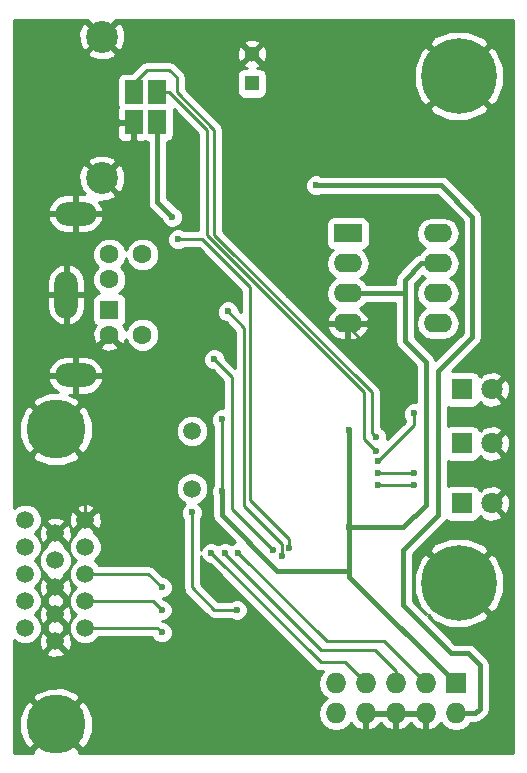
<source format=gbl>
G04 #@! TF.FileFunction,Copper,L2,Bot,Signal*
%FSLAX46Y46*%
G04 Gerber Fmt 4.6, Leading zero omitted, Abs format (unit mm)*
G04 Created by KiCad (PCBNEW 4.0.7-e2-6376~58~ubuntu16.04.1) date Sun Jan 24 13:39:57 2021*
%MOMM*%
%LPD*%
G01*
G04 APERTURE LIST*
%ADD10C,0.100000*%
%ADD11C,1.501140*%
%ADD12R,1.300000X1.300000*%
%ADD13C,1.300000*%
%ADD14R,1.800000X1.800000*%
%ADD15C,1.800000*%
%ADD16R,1.524000X2.032000*%
%ADD17C,2.700020*%
%ADD18O,3.500000X2.000000*%
%ADD19R,1.600000X1.600000*%
%ADD20C,1.600000*%
%ADD21O,2.000000X4.000000*%
%ADD22R,1.727200X1.727200*%
%ADD23O,1.727200X1.727200*%
%ADD24C,6.400000*%
%ADD25R,2.400000X1.600000*%
%ADD26O,2.400000X1.600000*%
%ADD27C,5.001260*%
%ADD28C,1.500000*%
%ADD29C,0.600000*%
%ADD30C,0.250000*%
%ADD31C,0.400000*%
%ADD32C,0.254000*%
G04 APERTURE END LIST*
D10*
D11*
X15748000Y-35532060D03*
X15748000Y-40413940D03*
D12*
X20828000Y-6096000D03*
D13*
X20828000Y-3596000D03*
D14*
X38608000Y-32004000D03*
D15*
X41148000Y-32004000D03*
D14*
X38608000Y-36576000D03*
D15*
X41148000Y-36576000D03*
D14*
X38608000Y-41656000D03*
D15*
X41148000Y-41656000D03*
D16*
X12827000Y-9398000D03*
X12827000Y-6858000D03*
X10828020Y-6858000D03*
X10828020Y-9398000D03*
D17*
X8128000Y-14127480D03*
X8128000Y-2128520D03*
D18*
X5913000Y-17123000D03*
X5913000Y-30823000D03*
D19*
X8763000Y-25273000D03*
D20*
X8763000Y-22673000D03*
X8763000Y-27373000D03*
X8763000Y-20573000D03*
X11563000Y-27373000D03*
X11563000Y-20573000D03*
D21*
X5113000Y-23973000D03*
D22*
X38100000Y-56896000D03*
D23*
X38100000Y-59436000D03*
X35560000Y-56896000D03*
X35560000Y-59436000D03*
X33020000Y-56896000D03*
X33020000Y-59436000D03*
X30480000Y-56896000D03*
X30480000Y-59436000D03*
X27940000Y-56896000D03*
X27940000Y-59436000D03*
D24*
X38354000Y-48387000D03*
X38354000Y-5461000D03*
D25*
X28956000Y-18796000D03*
D26*
X36576000Y-26416000D03*
X28956000Y-21336000D03*
X36576000Y-23876000D03*
X28956000Y-23876000D03*
X36576000Y-21336000D03*
X28956000Y-26416000D03*
X36576000Y-18796000D03*
D27*
X4249420Y-60373260D03*
D28*
X6731000Y-52197000D03*
D27*
X4249420Y-35384740D03*
D28*
X6731000Y-49911000D03*
X6731000Y-47625000D03*
X6731000Y-45339000D03*
X6731000Y-43053000D03*
X4191000Y-53340000D03*
X4191000Y-51054000D03*
X4191000Y-48768000D03*
X4191000Y-46482000D03*
X4191000Y-44196000D03*
X1651000Y-52197000D03*
X1651000Y-49911000D03*
X1651000Y-47625000D03*
X1651000Y-45339000D03*
X1651000Y-43053000D03*
D29*
X24003000Y-24003000D03*
X31115000Y-28829000D03*
X24384000Y-7747000D03*
X14351000Y-21336000D03*
X19558000Y-50673000D03*
X15748000Y-42418000D03*
X26289000Y-14732000D03*
X31369000Y-37211000D03*
X31369000Y-36068000D03*
X13208000Y-48768000D03*
X13208000Y-50673000D03*
X13208000Y-52578000D03*
X17653000Y-29464000D03*
X22606000Y-45593000D03*
X18796000Y-25400000D03*
X23368000Y-46101000D03*
X19685000Y-45847000D03*
X18542000Y-45847000D03*
X14605000Y-19304000D03*
X24003000Y-45466000D03*
X29083000Y-35433000D03*
X18288000Y-34544000D03*
X18288000Y-40640000D03*
X29083000Y-43688000D03*
X31496000Y-38100000D03*
X34544000Y-34036000D03*
X31496000Y-39116000D03*
X34544000Y-39116000D03*
X34544000Y-40132000D03*
X31496000Y-40132000D03*
X17399000Y-45847000D03*
X14097000Y-17399000D03*
D30*
X6731000Y-43053000D02*
X6731000Y-39878000D01*
X8509000Y-38100000D02*
X8509000Y-30823000D01*
X6731000Y-39878000D02*
X8509000Y-38100000D01*
X24003000Y-24003000D02*
X26416000Y-26416000D01*
X26416000Y-26416000D02*
X28956000Y-26416000D01*
X28956000Y-26416000D02*
X28956000Y-26670000D01*
X28956000Y-26670000D02*
X31115000Y-28829000D01*
X22733000Y-5501000D02*
X20828000Y-3596000D01*
X22733000Y-6096000D02*
X22733000Y-5501000D01*
X24384000Y-7747000D02*
X22733000Y-6096000D01*
X5913000Y-30823000D02*
X8509000Y-30823000D01*
X8509000Y-30823000D02*
X8636000Y-30823000D01*
X14351000Y-29083000D02*
X14351000Y-21336000D01*
X12611000Y-30823000D02*
X14351000Y-29083000D01*
X8636000Y-30823000D02*
X12611000Y-30823000D01*
X15748000Y-42418000D02*
X15748000Y-48768000D01*
X17653000Y-50673000D02*
X19558000Y-50673000D01*
X15748000Y-48768000D02*
X17653000Y-50673000D01*
D31*
X38100000Y-59436000D02*
X39751000Y-59436000D01*
X39751000Y-59436000D02*
X40132000Y-59055000D01*
X40132000Y-59055000D02*
X40132000Y-55372000D01*
X40132000Y-55372000D02*
X39116000Y-54356000D01*
X39116000Y-54356000D02*
X37719000Y-54356000D01*
X37719000Y-54356000D02*
X33655000Y-50292000D01*
X33655000Y-50292000D02*
X33655000Y-45593000D01*
X33655000Y-45593000D02*
X36576000Y-42672000D01*
X36576000Y-42672000D02*
X36576000Y-30480000D01*
X36576000Y-30480000D02*
X39497000Y-27559000D01*
X39497000Y-27559000D02*
X39497000Y-17399000D01*
X39497000Y-17399000D02*
X36830000Y-14732000D01*
X36830000Y-14732000D02*
X26289000Y-14732000D01*
D30*
X30353000Y-32258000D02*
X30353000Y-36195000D01*
X30289500Y-32194500D02*
X17018000Y-18923000D01*
X30353000Y-32258000D02*
X30289500Y-32194500D01*
X17018000Y-18923000D02*
X17018000Y-10033000D01*
X17018000Y-10033000D02*
X13843000Y-6858000D01*
X12827000Y-6858000D02*
X13843000Y-6858000D01*
X30353000Y-36195000D02*
X31369000Y-37211000D01*
X30988000Y-35687000D02*
X31369000Y-36068000D01*
X11938000Y-4953000D02*
X10828020Y-6062980D01*
X13843000Y-4953000D02*
X11938000Y-4953000D01*
X14478000Y-5588000D02*
X13843000Y-4953000D01*
X14478000Y-6858000D02*
X14478000Y-5588000D01*
X17653000Y-10033000D02*
X14478000Y-6858000D01*
X17653000Y-18923000D02*
X17653000Y-10033000D01*
X30988000Y-32258000D02*
X17653000Y-18923000D01*
X30988000Y-32258000D02*
X30988000Y-35687000D01*
X10828020Y-6062980D02*
X10828020Y-6858000D01*
X12065000Y-47625000D02*
X13208000Y-48768000D01*
X6731000Y-47625000D02*
X12065000Y-47625000D01*
X6731000Y-49911000D02*
X12446000Y-49911000D01*
X12446000Y-49911000D02*
X13208000Y-50673000D01*
X6731000Y-52197000D02*
X12827000Y-52197000D01*
X12827000Y-52197000D02*
X13208000Y-52578000D01*
X17653000Y-29464000D02*
X19177000Y-30988000D01*
X19177000Y-30988000D02*
X19177000Y-42164000D01*
X19177000Y-42164000D02*
X22606000Y-45593000D01*
X20193000Y-26797000D02*
X18796000Y-25400000D01*
X20193000Y-41910000D02*
X20193000Y-26797000D01*
X23368000Y-45085000D02*
X20193000Y-41910000D01*
X23368000Y-46101000D02*
X23368000Y-45085000D01*
X19685000Y-45847000D02*
X27178000Y-53340000D01*
X27178000Y-53340000D02*
X32004000Y-53340000D01*
X35560000Y-56896000D02*
X32004000Y-53340000D01*
X33020000Y-55880000D02*
X31242000Y-54102000D01*
X31242000Y-54102000D02*
X26670000Y-54102000D01*
X26670000Y-54102000D02*
X18542000Y-45974000D01*
X18542000Y-45974000D02*
X18542000Y-45847000D01*
X33020000Y-56896000D02*
X33020000Y-55880000D01*
X16637000Y-19304000D02*
X14605000Y-19304000D01*
X20701000Y-23368000D02*
X16637000Y-19304000D01*
X20701000Y-41402000D02*
X20701000Y-23368000D01*
X24003000Y-44704000D02*
X20701000Y-41402000D01*
X24003000Y-45466000D02*
X24003000Y-44704000D01*
D31*
X28956000Y-23876000D02*
X33782000Y-23876000D01*
X29083000Y-43688000D02*
X29083000Y-35433000D01*
X29083000Y-47244000D02*
X29083000Y-47879000D01*
X29083000Y-47879000D02*
X38100000Y-56896000D01*
X18288000Y-40640000D02*
X18288000Y-42672000D01*
X29083000Y-47371000D02*
X29083000Y-47244000D01*
X29083000Y-47244000D02*
X29083000Y-43688000D01*
X22987000Y-47371000D02*
X29083000Y-47371000D01*
X18288000Y-42672000D02*
X22987000Y-47371000D01*
X29083000Y-43688000D02*
X33655000Y-43688000D01*
X33655000Y-43688000D02*
X35560000Y-41783000D01*
X35560000Y-41783000D02*
X35560000Y-29718000D01*
X35560000Y-29718000D02*
X33782000Y-27940000D01*
X33782000Y-27940000D02*
X33782000Y-23876000D01*
X33782000Y-23876000D02*
X33782000Y-22733000D01*
X33782000Y-22733000D02*
X35179000Y-21336000D01*
X35179000Y-21336000D02*
X36576000Y-21336000D01*
D30*
X18288000Y-34544000D02*
X18288000Y-40640000D01*
X31496000Y-38100000D02*
X34544000Y-35052000D01*
X34544000Y-35052000D02*
X34544000Y-34036000D01*
X31496000Y-39116000D02*
X34544000Y-39116000D01*
X31496000Y-40132000D02*
X34544000Y-40132000D01*
X17399000Y-45847000D02*
X26670000Y-55118000D01*
X26670000Y-55118000D02*
X28702000Y-55118000D01*
X28702000Y-55118000D02*
X30480000Y-56896000D01*
D31*
X12827000Y-16129000D02*
X12827000Y-9398000D01*
X14097000Y-17399000D02*
X12827000Y-16129000D01*
D32*
G36*
X6906368Y-727283D02*
X8128000Y-1948915D01*
X9349632Y-727283D01*
X9337710Y-702000D01*
X42986000Y-702000D01*
X42986000Y-62798000D01*
X6172422Y-62798000D01*
X6301792Y-62605238D01*
X4249420Y-60552865D01*
X2197048Y-62605238D01*
X2326418Y-62798000D01*
X702000Y-62798000D01*
X702000Y-59752907D01*
X1121438Y-59752907D01*
X1122143Y-60997155D01*
X1596941Y-62143418D01*
X2017442Y-62425632D01*
X4069815Y-60373260D01*
X4429025Y-60373260D01*
X6481398Y-62425632D01*
X6901899Y-62143418D01*
X7377402Y-60993613D01*
X7376697Y-59749365D01*
X6901899Y-58603102D01*
X6481398Y-58320888D01*
X4429025Y-60373260D01*
X4069815Y-60373260D01*
X2017442Y-58320888D01*
X1596941Y-58603102D01*
X1121438Y-59752907D01*
X702000Y-59752907D01*
X702000Y-58141282D01*
X2197048Y-58141282D01*
X4249420Y-60193655D01*
X6301792Y-58141282D01*
X6019578Y-57720781D01*
X4869773Y-57245278D01*
X3625525Y-57245983D01*
X2479262Y-57720781D01*
X2197048Y-58141282D01*
X702000Y-58141282D01*
X702000Y-54307141D01*
X3403464Y-54307141D01*
X3471891Y-54545833D01*
X3988082Y-54729235D01*
X4535166Y-54701140D01*
X4910109Y-54545833D01*
X4978536Y-54307141D01*
X4191000Y-53519605D01*
X3403464Y-54307141D01*
X702000Y-54307141D01*
X702000Y-53195416D01*
X869974Y-53363683D01*
X1375896Y-53573760D01*
X1923701Y-53574238D01*
X2429989Y-53365044D01*
X2658349Y-53137082D01*
X2801765Y-53137082D01*
X2829860Y-53684166D01*
X2985167Y-54059109D01*
X3223859Y-54127536D01*
X4011395Y-53340000D01*
X4370605Y-53340000D01*
X5158141Y-54127536D01*
X5396833Y-54059109D01*
X5580235Y-53542918D01*
X5552140Y-52995834D01*
X5396833Y-52620891D01*
X5158141Y-52552464D01*
X4370605Y-53340000D01*
X4011395Y-53340000D01*
X3223859Y-52552464D01*
X2985167Y-52620891D01*
X2801765Y-53137082D01*
X2658349Y-53137082D01*
X2817683Y-52978026D01*
X3027760Y-52472104D01*
X3028153Y-52021141D01*
X3403464Y-52021141D01*
X3453878Y-52197000D01*
X3403464Y-52372859D01*
X4191000Y-53160395D01*
X4978536Y-52372859D01*
X4928122Y-52197000D01*
X4978536Y-52021141D01*
X4191000Y-51233605D01*
X3403464Y-52021141D01*
X3028153Y-52021141D01*
X3028238Y-51924299D01*
X2819044Y-51418011D01*
X2455373Y-51053705D01*
X2658349Y-50851082D01*
X2801765Y-50851082D01*
X2829860Y-51398166D01*
X2985167Y-51773109D01*
X3223859Y-51841536D01*
X4011395Y-51054000D01*
X4370605Y-51054000D01*
X5158141Y-51841536D01*
X5396833Y-51773109D01*
X5580235Y-51256918D01*
X5552140Y-50709834D01*
X5396833Y-50334891D01*
X5158141Y-50266464D01*
X4370605Y-51054000D01*
X4011395Y-51054000D01*
X3223859Y-50266464D01*
X2985167Y-50334891D01*
X2801765Y-50851082D01*
X2658349Y-50851082D01*
X2817683Y-50692026D01*
X3027760Y-50186104D01*
X3028153Y-49735141D01*
X3403464Y-49735141D01*
X3453878Y-49911000D01*
X3403464Y-50086859D01*
X4191000Y-50874395D01*
X4978536Y-50086859D01*
X4928122Y-49911000D01*
X4978536Y-49735141D01*
X4191000Y-48947605D01*
X3403464Y-49735141D01*
X3028153Y-49735141D01*
X3028238Y-49638299D01*
X2819044Y-49132011D01*
X2455373Y-48767705D01*
X2658349Y-48565082D01*
X2801765Y-48565082D01*
X2829860Y-49112166D01*
X2985167Y-49487109D01*
X3223859Y-49555536D01*
X4011395Y-48768000D01*
X4370605Y-48768000D01*
X5158141Y-49555536D01*
X5396833Y-49487109D01*
X5580235Y-48970918D01*
X5552140Y-48423834D01*
X5396833Y-48048891D01*
X5158141Y-47980464D01*
X4370605Y-48768000D01*
X4011395Y-48768000D01*
X3223859Y-47980464D01*
X2985167Y-48048891D01*
X2801765Y-48565082D01*
X2658349Y-48565082D01*
X2817683Y-48406026D01*
X3027760Y-47900104D01*
X3028238Y-47352299D01*
X2819044Y-46846011D01*
X2727894Y-46754701D01*
X2813762Y-46754701D01*
X3022956Y-47260989D01*
X3409974Y-47648683D01*
X3443141Y-47662455D01*
X3403464Y-47800859D01*
X4191000Y-48588395D01*
X4978536Y-47800859D01*
X4938975Y-47662859D01*
X4969989Y-47650044D01*
X5357683Y-47263026D01*
X5567760Y-46757104D01*
X5568238Y-46209299D01*
X5359044Y-45703011D01*
X5267894Y-45611701D01*
X5353762Y-45611701D01*
X5562956Y-46117989D01*
X5926627Y-46482295D01*
X5564317Y-46843974D01*
X5354240Y-47349896D01*
X5353762Y-47897701D01*
X5562956Y-48403989D01*
X5926627Y-48768295D01*
X5564317Y-49129974D01*
X5354240Y-49635896D01*
X5353762Y-50183701D01*
X5562956Y-50689989D01*
X5926627Y-51054295D01*
X5564317Y-51415974D01*
X5354240Y-51921896D01*
X5353762Y-52469701D01*
X5562956Y-52975989D01*
X5949974Y-53363683D01*
X6455896Y-53573760D01*
X7003701Y-53574238D01*
X7509989Y-53365044D01*
X7897683Y-52978026D01*
X7909736Y-52949000D01*
X12358278Y-52949000D01*
X12421669Y-53102417D01*
X12682211Y-53363414D01*
X13022799Y-53504839D01*
X13391583Y-53505161D01*
X13732417Y-53364331D01*
X13993414Y-53103789D01*
X14134839Y-52763201D01*
X14135161Y-52394417D01*
X13994331Y-52053583D01*
X13733789Y-51792586D01*
X13393201Y-51651161D01*
X13337577Y-51651112D01*
X13261152Y-51600047D01*
X13391583Y-51600161D01*
X13732417Y-51459331D01*
X13993414Y-51198789D01*
X14134839Y-50858201D01*
X14135161Y-50489417D01*
X13994331Y-50148583D01*
X13733789Y-49887586D01*
X13393201Y-49746161D01*
X13344607Y-49746119D01*
X13293563Y-49695075D01*
X13391583Y-49695161D01*
X13732417Y-49554331D01*
X13993414Y-49293789D01*
X14134839Y-48953201D01*
X14135161Y-48584417D01*
X13994331Y-48243583D01*
X13733789Y-47982586D01*
X13393201Y-47841161D01*
X13344607Y-47841119D01*
X12596744Y-47093256D01*
X12352778Y-46930243D01*
X12065000Y-46873000D01*
X7910196Y-46873000D01*
X7899044Y-46846011D01*
X7535373Y-46481705D01*
X7897683Y-46120026D01*
X8107760Y-45614104D01*
X8108238Y-45066299D01*
X7899044Y-44560011D01*
X7512026Y-44172317D01*
X7478859Y-44158545D01*
X7518536Y-44020141D01*
X6731000Y-43232605D01*
X5943464Y-44020141D01*
X5983025Y-44158141D01*
X5952011Y-44170956D01*
X5564317Y-44557974D01*
X5354240Y-45063896D01*
X5353762Y-45611701D01*
X5267894Y-45611701D01*
X4972026Y-45315317D01*
X4938859Y-45301545D01*
X4978536Y-45163141D01*
X4191000Y-44375605D01*
X3403464Y-45163141D01*
X3443025Y-45301141D01*
X3412011Y-45313956D01*
X3024317Y-45700974D01*
X2814240Y-46206896D01*
X2813762Y-46754701D01*
X2727894Y-46754701D01*
X2455373Y-46481705D01*
X2817683Y-46120026D01*
X3027760Y-45614104D01*
X3028238Y-45066299D01*
X2819044Y-44560011D01*
X2455373Y-44195705D01*
X2658349Y-43993082D01*
X2801765Y-43993082D01*
X2829860Y-44540166D01*
X2985167Y-44915109D01*
X3223859Y-44983536D01*
X4011395Y-44196000D01*
X4370605Y-44196000D01*
X5158141Y-44983536D01*
X5396833Y-44915109D01*
X5580235Y-44398918D01*
X5552140Y-43851834D01*
X5396833Y-43476891D01*
X5158141Y-43408464D01*
X4370605Y-44196000D01*
X4011395Y-44196000D01*
X3223859Y-43408464D01*
X2985167Y-43476891D01*
X2801765Y-43993082D01*
X2658349Y-43993082D01*
X2817683Y-43834026D01*
X3027760Y-43328104D01*
X3027846Y-43228859D01*
X3403464Y-43228859D01*
X4191000Y-44016395D01*
X4978536Y-43228859D01*
X4910109Y-42990167D01*
X4515836Y-42850082D01*
X5341765Y-42850082D01*
X5369860Y-43397166D01*
X5525167Y-43772109D01*
X5763859Y-43840536D01*
X6551395Y-43053000D01*
X6910605Y-43053000D01*
X7698141Y-43840536D01*
X7936833Y-43772109D01*
X8120235Y-43255918D01*
X8092140Y-42708834D01*
X7936833Y-42333891D01*
X7698141Y-42265464D01*
X6910605Y-43053000D01*
X6551395Y-43053000D01*
X5763859Y-42265464D01*
X5525167Y-42333891D01*
X5341765Y-42850082D01*
X4515836Y-42850082D01*
X4393918Y-42806765D01*
X3846834Y-42834860D01*
X3471891Y-42990167D01*
X3403464Y-43228859D01*
X3027846Y-43228859D01*
X3028238Y-42780299D01*
X2819044Y-42274011D01*
X2631221Y-42085859D01*
X5943464Y-42085859D01*
X6731000Y-42873395D01*
X7518536Y-42085859D01*
X7450109Y-41847167D01*
X6933918Y-41663765D01*
X6386834Y-41691860D01*
X6011891Y-41847167D01*
X5943464Y-42085859D01*
X2631221Y-42085859D01*
X2432026Y-41886317D01*
X1926104Y-41676240D01*
X1378299Y-41675762D01*
X872011Y-41884956D01*
X702000Y-42054671D01*
X702000Y-37616718D01*
X2197048Y-37616718D01*
X2479262Y-38037219D01*
X3629067Y-38512722D01*
X4873315Y-38512017D01*
X6019578Y-38037219D01*
X6301792Y-37616718D01*
X4249420Y-35564345D01*
X2197048Y-37616718D01*
X702000Y-37616718D01*
X702000Y-34764387D01*
X1121438Y-34764387D01*
X1122143Y-36008635D01*
X1596941Y-37154898D01*
X2017442Y-37437112D01*
X4069815Y-35384740D01*
X4429025Y-35384740D01*
X6481398Y-37437112D01*
X6901899Y-37154898D01*
X7377402Y-36005093D01*
X7377289Y-35804873D01*
X14370192Y-35804873D01*
X14579472Y-36311371D01*
X14966651Y-36699226D01*
X15472782Y-36909390D01*
X16020813Y-36909868D01*
X16527311Y-36700588D01*
X16915166Y-36313409D01*
X17125330Y-35807278D01*
X17125808Y-35259247D01*
X16916528Y-34752749D01*
X16529349Y-34364894D01*
X16023218Y-34154730D01*
X15475187Y-34154252D01*
X14968689Y-34363532D01*
X14580834Y-34750711D01*
X14370670Y-35256842D01*
X14370192Y-35804873D01*
X7377289Y-35804873D01*
X7376697Y-34760845D01*
X6901899Y-33614582D01*
X6481398Y-33332368D01*
X4429025Y-35384740D01*
X4069815Y-35384740D01*
X2017442Y-33332368D01*
X1596941Y-33614582D01*
X1121438Y-34764387D01*
X702000Y-34764387D01*
X702000Y-33152762D01*
X2197048Y-33152762D01*
X4249420Y-35205135D01*
X6301792Y-33152762D01*
X6019578Y-32732261D01*
X5337048Y-32450000D01*
X5786000Y-32450000D01*
X5786000Y-30950000D01*
X6040000Y-30950000D01*
X6040000Y-32450000D01*
X6790000Y-32450000D01*
X7402959Y-32277551D01*
X7903266Y-31883660D01*
X8214753Y-31328293D01*
X8245199Y-31202179D01*
X8127755Y-30950000D01*
X6040000Y-30950000D01*
X5786000Y-30950000D01*
X3698245Y-30950000D01*
X3580801Y-31202179D01*
X3611247Y-31328293D01*
X3922734Y-31883660D01*
X4396971Y-32257026D01*
X3625525Y-32257463D01*
X2479262Y-32732261D01*
X2197048Y-33152762D01*
X702000Y-33152762D01*
X702000Y-30443821D01*
X3580801Y-30443821D01*
X3698245Y-30696000D01*
X5786000Y-30696000D01*
X5786000Y-29196000D01*
X6040000Y-29196000D01*
X6040000Y-30696000D01*
X8127755Y-30696000D01*
X8245199Y-30443821D01*
X8214753Y-30317707D01*
X7903266Y-29762340D01*
X7402959Y-29368449D01*
X6790000Y-29196000D01*
X6040000Y-29196000D01*
X5786000Y-29196000D01*
X5036000Y-29196000D01*
X4423041Y-29368449D01*
X3922734Y-29762340D01*
X3611247Y-30317707D01*
X3580801Y-30443821D01*
X702000Y-30443821D01*
X702000Y-28376370D01*
X7939235Y-28376370D01*
X8013807Y-28620241D01*
X8548134Y-28812005D01*
X9115173Y-28784692D01*
X9512193Y-28620241D01*
X9586765Y-28376370D01*
X8763000Y-27552605D01*
X7939235Y-28376370D01*
X702000Y-28376370D01*
X702000Y-24100000D01*
X3486000Y-24100000D01*
X3486000Y-25100000D01*
X3658449Y-25712959D01*
X4052340Y-26213266D01*
X4607707Y-26524753D01*
X4733821Y-26555199D01*
X4986000Y-26437755D01*
X4986000Y-24100000D01*
X5240000Y-24100000D01*
X5240000Y-26437755D01*
X5492179Y-26555199D01*
X5618293Y-26524753D01*
X6173660Y-26213266D01*
X6567551Y-25712959D01*
X6740000Y-25100000D01*
X6740000Y-24473000D01*
X7323717Y-24473000D01*
X7323717Y-26073000D01*
X7367437Y-26305352D01*
X7504757Y-26518753D01*
X7614374Y-26593652D01*
X7515759Y-26623807D01*
X7323995Y-27158134D01*
X7351308Y-27725173D01*
X7515759Y-28122193D01*
X7759630Y-28196765D01*
X8583395Y-27373000D01*
X8569253Y-27358858D01*
X8748858Y-27179253D01*
X8763000Y-27193395D01*
X8777143Y-27179253D01*
X8956748Y-27358858D01*
X8942605Y-27373000D01*
X9766370Y-28196765D01*
X10010241Y-28122193D01*
X10158199Y-27709927D01*
X10352543Y-28180275D01*
X10753614Y-28582047D01*
X11277907Y-28799752D01*
X11845603Y-28800248D01*
X12370275Y-28583457D01*
X12772047Y-28182386D01*
X12989752Y-27658093D01*
X12990248Y-27090397D01*
X12773457Y-26565725D01*
X12372386Y-26163953D01*
X11848093Y-25946248D01*
X11280397Y-25945752D01*
X10755725Y-26162543D01*
X10353953Y-26563614D01*
X10169404Y-27008059D01*
X10010241Y-26623807D01*
X9911721Y-26593681D01*
X10008753Y-26531243D01*
X10151917Y-26321717D01*
X10202283Y-26073000D01*
X10202283Y-24473000D01*
X10158563Y-24240648D01*
X10021243Y-24027247D01*
X9811717Y-23884083D01*
X9610472Y-23843330D01*
X9972047Y-23482386D01*
X10189752Y-22958093D01*
X10190248Y-22390397D01*
X9973457Y-21865725D01*
X9731084Y-21622928D01*
X9972047Y-21382386D01*
X10163201Y-20922035D01*
X10352543Y-21380275D01*
X10753614Y-21782047D01*
X11277907Y-21999752D01*
X11845603Y-22000248D01*
X12370275Y-21783457D01*
X12772047Y-21382386D01*
X12989752Y-20858093D01*
X12990248Y-20290397D01*
X12773457Y-19765725D01*
X12372386Y-19363953D01*
X11848093Y-19146248D01*
X11280397Y-19145752D01*
X10755725Y-19362543D01*
X10353953Y-19763614D01*
X10162799Y-20223965D01*
X9973457Y-19765725D01*
X9572386Y-19363953D01*
X9048093Y-19146248D01*
X8480397Y-19145752D01*
X7955725Y-19362543D01*
X7553953Y-19763614D01*
X7336248Y-20287907D01*
X7335752Y-20855603D01*
X7552543Y-21380275D01*
X7794916Y-21623072D01*
X7553953Y-21863614D01*
X7336248Y-22387907D01*
X7335752Y-22955603D01*
X7552543Y-23480275D01*
X7914482Y-23842846D01*
X7730648Y-23877437D01*
X7517247Y-24014757D01*
X7374083Y-24224283D01*
X7323717Y-24473000D01*
X6740000Y-24473000D01*
X6740000Y-24100000D01*
X5240000Y-24100000D01*
X4986000Y-24100000D01*
X3486000Y-24100000D01*
X702000Y-24100000D01*
X702000Y-22846000D01*
X3486000Y-22846000D01*
X3486000Y-23846000D01*
X4986000Y-23846000D01*
X4986000Y-21508245D01*
X5240000Y-21508245D01*
X5240000Y-23846000D01*
X6740000Y-23846000D01*
X6740000Y-22846000D01*
X6567551Y-22233041D01*
X6173660Y-21732734D01*
X5618293Y-21421247D01*
X5492179Y-21390801D01*
X5240000Y-21508245D01*
X4986000Y-21508245D01*
X4733821Y-21390801D01*
X4607707Y-21421247D01*
X4052340Y-21732734D01*
X3658449Y-22233041D01*
X3486000Y-22846000D01*
X702000Y-22846000D01*
X702000Y-17502179D01*
X3580801Y-17502179D01*
X3611247Y-17628293D01*
X3922734Y-18183660D01*
X4423041Y-18577551D01*
X5036000Y-18750000D01*
X5786000Y-18750000D01*
X5786000Y-17250000D01*
X6040000Y-17250000D01*
X6040000Y-18750000D01*
X6790000Y-18750000D01*
X7402959Y-18577551D01*
X7903266Y-18183660D01*
X8214753Y-17628293D01*
X8245199Y-17502179D01*
X8127755Y-17250000D01*
X6040000Y-17250000D01*
X5786000Y-17250000D01*
X3698245Y-17250000D01*
X3580801Y-17502179D01*
X702000Y-17502179D01*
X702000Y-16743821D01*
X3580801Y-16743821D01*
X3698245Y-16996000D01*
X5786000Y-16996000D01*
X5786000Y-15496000D01*
X6040000Y-15496000D01*
X6040000Y-16996000D01*
X8127755Y-16996000D01*
X8245199Y-16743821D01*
X8214753Y-16617707D01*
X7929863Y-16109761D01*
X8568141Y-16094582D01*
X9207724Y-15829658D01*
X9349632Y-15528717D01*
X8128000Y-14307085D01*
X8113858Y-14321228D01*
X7934253Y-14141623D01*
X7948395Y-14127480D01*
X8307605Y-14127480D01*
X9529237Y-15349112D01*
X9830178Y-15207204D01*
X10113801Y-14473620D01*
X10095102Y-13687339D01*
X9830178Y-13047756D01*
X9529237Y-12905848D01*
X8307605Y-14127480D01*
X7948395Y-14127480D01*
X6726763Y-12905848D01*
X6425822Y-13047756D01*
X6142199Y-13781340D01*
X6160898Y-14567621D01*
X6425822Y-15207204D01*
X6726761Y-15349111D01*
X6614610Y-15461262D01*
X6649348Y-15496000D01*
X6040000Y-15496000D01*
X5786000Y-15496000D01*
X5036000Y-15496000D01*
X4423041Y-15668449D01*
X3922734Y-16062340D01*
X3611247Y-16617707D01*
X3580801Y-16743821D01*
X702000Y-16743821D01*
X702000Y-12726243D01*
X6906368Y-12726243D01*
X8128000Y-13947875D01*
X9349632Y-12726243D01*
X9207724Y-12425302D01*
X8474140Y-12141679D01*
X7687859Y-12160378D01*
X7048276Y-12425302D01*
X6906368Y-12726243D01*
X702000Y-12726243D01*
X702000Y-9681750D01*
X9439020Y-9681750D01*
X9439020Y-10538718D01*
X9534475Y-10769167D01*
X9710853Y-10945545D01*
X9941302Y-11041000D01*
X10544270Y-11041000D01*
X10701020Y-10884250D01*
X10701020Y-9525000D01*
X9595770Y-9525000D01*
X9439020Y-9681750D01*
X702000Y-9681750D01*
X702000Y-5842000D01*
X9426737Y-5842000D01*
X9426737Y-7874000D01*
X9470457Y-8106352D01*
X9489366Y-8135737D01*
X9439020Y-8257282D01*
X9439020Y-9114250D01*
X9595770Y-9271000D01*
X10701020Y-9271000D01*
X10701020Y-9251000D01*
X10955020Y-9251000D01*
X10955020Y-9271000D01*
X10975020Y-9271000D01*
X10975020Y-9525000D01*
X10955020Y-9525000D01*
X10955020Y-10884250D01*
X11111770Y-11041000D01*
X11714738Y-11041000D01*
X11812658Y-11000440D01*
X11816283Y-11002917D01*
X12000000Y-11040120D01*
X12000000Y-16129000D01*
X12062952Y-16445479D01*
X12242223Y-16713777D01*
X13211249Y-17682803D01*
X13310669Y-17923417D01*
X13571211Y-18184414D01*
X13911799Y-18325839D01*
X14280583Y-18326161D01*
X14621417Y-18185331D01*
X14882414Y-17924789D01*
X15023839Y-17584201D01*
X15024161Y-17215417D01*
X14883331Y-16874583D01*
X14622789Y-16613586D01*
X14380556Y-16513002D01*
X13654000Y-15786446D01*
X13654000Y-11041052D01*
X13821352Y-11009563D01*
X14034753Y-10872243D01*
X14177917Y-10662717D01*
X14228283Y-10414000D01*
X14228283Y-8382000D01*
X14210847Y-8289335D01*
X16266000Y-10344488D01*
X16266000Y-18552000D01*
X15164145Y-18552000D01*
X15130789Y-18518586D01*
X14790201Y-18377161D01*
X14421417Y-18376839D01*
X14080583Y-18517669D01*
X13819586Y-18778211D01*
X13678161Y-19118799D01*
X13677839Y-19487583D01*
X13818669Y-19828417D01*
X14079211Y-20089414D01*
X14419799Y-20230839D01*
X14788583Y-20231161D01*
X15129417Y-20090331D01*
X15163808Y-20056000D01*
X16325512Y-20056000D01*
X19949000Y-23679488D01*
X19949000Y-25489512D01*
X19723120Y-25263631D01*
X19723161Y-25216417D01*
X19582331Y-24875583D01*
X19321789Y-24614586D01*
X18981201Y-24473161D01*
X18612417Y-24472839D01*
X18271583Y-24613669D01*
X18010586Y-24874211D01*
X17869161Y-25214799D01*
X17868839Y-25583583D01*
X18009669Y-25924417D01*
X18270211Y-26185414D01*
X18610799Y-26326839D01*
X18659393Y-26326881D01*
X19441000Y-27108489D01*
X19441000Y-30188511D01*
X18580120Y-29327632D01*
X18580161Y-29280417D01*
X18439331Y-28939583D01*
X18178789Y-28678586D01*
X17838201Y-28537161D01*
X17469417Y-28536839D01*
X17128583Y-28677669D01*
X16867586Y-28938211D01*
X16726161Y-29278799D01*
X16725839Y-29647583D01*
X16866669Y-29988417D01*
X17127211Y-30249414D01*
X17467799Y-30390839D01*
X17516393Y-30390881D01*
X18425000Y-31299489D01*
X18425000Y-33617119D01*
X18104417Y-33616839D01*
X17763583Y-33757669D01*
X17502586Y-34018211D01*
X17361161Y-34358799D01*
X17360839Y-34727583D01*
X17501669Y-35068417D01*
X17536000Y-35102808D01*
X17536000Y-40080855D01*
X17502586Y-40114211D01*
X17361161Y-40454799D01*
X17360839Y-40823583D01*
X17461000Y-41065991D01*
X17461000Y-42672000D01*
X17523952Y-42988479D01*
X17703223Y-43256777D01*
X19405795Y-44959349D01*
X19160583Y-45060669D01*
X19113647Y-45107524D01*
X19067789Y-45061586D01*
X18727201Y-44920161D01*
X18358417Y-44919839D01*
X18017583Y-45060669D01*
X17970647Y-45107524D01*
X17924789Y-45061586D01*
X17584201Y-44920161D01*
X17215417Y-44919839D01*
X16874583Y-45060669D01*
X16613586Y-45321211D01*
X16500000Y-45594755D01*
X16500000Y-42977145D01*
X16533414Y-42943789D01*
X16674839Y-42603201D01*
X16675161Y-42234417D01*
X16534331Y-41893583D01*
X16312402Y-41671266D01*
X16527311Y-41582468D01*
X16915166Y-41195289D01*
X17125330Y-40689158D01*
X17125808Y-40141127D01*
X16916528Y-39634629D01*
X16529349Y-39246774D01*
X16023218Y-39036610D01*
X15475187Y-39036132D01*
X14968689Y-39245412D01*
X14580834Y-39632591D01*
X14370670Y-40138722D01*
X14370192Y-40686753D01*
X14579472Y-41193251D01*
X14966651Y-41581106D01*
X15183877Y-41671306D01*
X14962586Y-41892211D01*
X14821161Y-42232799D01*
X14820839Y-42601583D01*
X14961669Y-42942417D01*
X14996000Y-42976808D01*
X14996000Y-48768000D01*
X15053243Y-49055778D01*
X15216256Y-49299744D01*
X17121256Y-51204744D01*
X17365222Y-51367757D01*
X17653000Y-51425000D01*
X18998855Y-51425000D01*
X19032211Y-51458414D01*
X19372799Y-51599839D01*
X19741583Y-51600161D01*
X20082417Y-51459331D01*
X20343414Y-51198789D01*
X20484839Y-50858201D01*
X20485161Y-50489417D01*
X20344331Y-50148583D01*
X20083789Y-49887586D01*
X19743201Y-49746161D01*
X19374417Y-49745839D01*
X19033583Y-49886669D01*
X18999192Y-49921000D01*
X17964488Y-49921000D01*
X16500000Y-48456512D01*
X16500000Y-46098738D01*
X16612669Y-46371417D01*
X16873211Y-46632414D01*
X17213799Y-46773839D01*
X17262393Y-46773881D01*
X26138256Y-55649744D01*
X26382222Y-55812757D01*
X26670000Y-55870000D01*
X26838066Y-55870000D01*
X26533662Y-56325572D01*
X26420197Y-56896000D01*
X26533662Y-57466428D01*
X26856784Y-57950013D01*
X27180031Y-58166000D01*
X26856784Y-58381987D01*
X26533662Y-58865572D01*
X26420197Y-59436000D01*
X26533662Y-60006428D01*
X26856784Y-60490013D01*
X27340369Y-60813135D01*
X27910797Y-60926600D01*
X27969203Y-60926600D01*
X28539631Y-60813135D01*
X29023216Y-60490013D01*
X29209018Y-60211942D01*
X29595705Y-60635976D01*
X30122229Y-60883038D01*
X30353000Y-60764440D01*
X30353000Y-59563000D01*
X30607000Y-59563000D01*
X30607000Y-60764440D01*
X30837771Y-60883038D01*
X31364295Y-60635976D01*
X31750000Y-60213019D01*
X32135705Y-60635976D01*
X32662229Y-60883038D01*
X32893000Y-60764440D01*
X32893000Y-59563000D01*
X33147000Y-59563000D01*
X33147000Y-60764440D01*
X33377771Y-60883038D01*
X33904295Y-60635976D01*
X34290000Y-60213019D01*
X34675705Y-60635976D01*
X35202229Y-60883038D01*
X35433000Y-60764440D01*
X35433000Y-59563000D01*
X33147000Y-59563000D01*
X32893000Y-59563000D01*
X30607000Y-59563000D01*
X30353000Y-59563000D01*
X30333000Y-59563000D01*
X30333000Y-59309000D01*
X30353000Y-59309000D01*
X30353000Y-59289000D01*
X30607000Y-59289000D01*
X30607000Y-59309000D01*
X32893000Y-59309000D01*
X32893000Y-59289000D01*
X33147000Y-59289000D01*
X33147000Y-59309000D01*
X35433000Y-59309000D01*
X35433000Y-59289000D01*
X35687000Y-59289000D01*
X35687000Y-59309000D01*
X35707000Y-59309000D01*
X35707000Y-59563000D01*
X35687000Y-59563000D01*
X35687000Y-60764440D01*
X35917771Y-60883038D01*
X36444295Y-60635976D01*
X36830982Y-60211942D01*
X37016784Y-60490013D01*
X37500369Y-60813135D01*
X38070797Y-60926600D01*
X38129203Y-60926600D01*
X38699631Y-60813135D01*
X39183216Y-60490013D01*
X39334902Y-60263000D01*
X39751000Y-60263000D01*
X40067479Y-60200048D01*
X40335777Y-60020777D01*
X40716777Y-59639778D01*
X40896048Y-59371479D01*
X40908476Y-59309000D01*
X40959000Y-59055000D01*
X40959000Y-55372000D01*
X40896048Y-55055521D01*
X40716777Y-54787223D01*
X39700777Y-53771223D01*
X39432479Y-53591952D01*
X39116000Y-53529000D01*
X38061554Y-53529000D01*
X35726581Y-51194027D01*
X35797053Y-51123555D01*
X36164437Y-51616740D01*
X37567075Y-52208800D01*
X39089516Y-52219027D01*
X40499981Y-51645861D01*
X40543563Y-51616740D01*
X40910948Y-51123553D01*
X38354000Y-48566605D01*
X38339858Y-48580748D01*
X38160253Y-48401143D01*
X38174395Y-48387000D01*
X38533605Y-48387000D01*
X41090553Y-50943948D01*
X41583740Y-50576563D01*
X42175800Y-49173925D01*
X42186027Y-47651484D01*
X41612861Y-46241019D01*
X41583740Y-46197437D01*
X41090553Y-45830052D01*
X38533605Y-48387000D01*
X38174395Y-48387000D01*
X35617447Y-45830052D01*
X35124260Y-46197437D01*
X34532200Y-47600075D01*
X34521973Y-49122516D01*
X35095139Y-50532981D01*
X35124260Y-50576563D01*
X35617445Y-50943947D01*
X35546973Y-51014419D01*
X34482000Y-49949446D01*
X34482000Y-45935554D01*
X34767107Y-45650447D01*
X35797052Y-45650447D01*
X38354000Y-48207395D01*
X40910948Y-45650447D01*
X40543563Y-45157260D01*
X39140925Y-44565200D01*
X37618484Y-44554973D01*
X36208019Y-45128139D01*
X36164437Y-45157260D01*
X35797052Y-45650447D01*
X34767107Y-45650447D01*
X37160777Y-43256777D01*
X37305657Y-43039948D01*
X37459283Y-43144917D01*
X37708000Y-43195283D01*
X39508000Y-43195283D01*
X39740352Y-43151563D01*
X39953753Y-43014243D01*
X40096917Y-42804717D01*
X40097171Y-42803465D01*
X40138657Y-42844951D01*
X40251818Y-42731790D01*
X40338663Y-42986023D01*
X40909248Y-43194501D01*
X41516181Y-43168756D01*
X41957337Y-42986023D01*
X42044183Y-42731788D01*
X41148000Y-41835605D01*
X41133858Y-41849748D01*
X40954253Y-41670143D01*
X40968395Y-41656000D01*
X41327605Y-41656000D01*
X42223788Y-42552183D01*
X42478023Y-42465337D01*
X42686501Y-41894752D01*
X42660756Y-41287819D01*
X42478023Y-40846663D01*
X42223788Y-40759817D01*
X41327605Y-41656000D01*
X40968395Y-41656000D01*
X40954253Y-41641858D01*
X41133858Y-41462253D01*
X41148000Y-41476395D01*
X42044183Y-40580212D01*
X41957337Y-40325977D01*
X41386752Y-40117499D01*
X40779819Y-40143244D01*
X40338663Y-40325977D01*
X40251818Y-40580210D01*
X40138657Y-40467049D01*
X40095143Y-40510563D01*
X39966243Y-40310247D01*
X39756717Y-40167083D01*
X39508000Y-40116717D01*
X37708000Y-40116717D01*
X37475648Y-40160437D01*
X37403000Y-40207185D01*
X37403000Y-38026460D01*
X37459283Y-38064917D01*
X37708000Y-38115283D01*
X39508000Y-38115283D01*
X39740352Y-38071563D01*
X39953753Y-37934243D01*
X40096917Y-37724717D01*
X40097171Y-37723465D01*
X40138657Y-37764951D01*
X40251818Y-37651790D01*
X40338663Y-37906023D01*
X40909248Y-38114501D01*
X41516181Y-38088756D01*
X41957337Y-37906023D01*
X42044183Y-37651788D01*
X41148000Y-36755605D01*
X41133858Y-36769748D01*
X40954253Y-36590143D01*
X40968395Y-36576000D01*
X41327605Y-36576000D01*
X42223788Y-37472183D01*
X42478023Y-37385337D01*
X42686501Y-36814752D01*
X42660756Y-36207819D01*
X42478023Y-35766663D01*
X42223788Y-35679817D01*
X41327605Y-36576000D01*
X40968395Y-36576000D01*
X40954253Y-36561858D01*
X41133858Y-36382253D01*
X41148000Y-36396395D01*
X42044183Y-35500212D01*
X41957337Y-35245977D01*
X41386752Y-35037499D01*
X40779819Y-35063244D01*
X40338663Y-35245977D01*
X40251818Y-35500210D01*
X40138657Y-35387049D01*
X40095143Y-35430563D01*
X39966243Y-35230247D01*
X39756717Y-35087083D01*
X39508000Y-35036717D01*
X37708000Y-35036717D01*
X37475648Y-35080437D01*
X37403000Y-35127185D01*
X37403000Y-33454460D01*
X37459283Y-33492917D01*
X37708000Y-33543283D01*
X39508000Y-33543283D01*
X39740352Y-33499563D01*
X39953753Y-33362243D01*
X40096917Y-33152717D01*
X40097171Y-33151465D01*
X40138657Y-33192951D01*
X40251818Y-33079790D01*
X40338663Y-33334023D01*
X40909248Y-33542501D01*
X41516181Y-33516756D01*
X41957337Y-33334023D01*
X42044183Y-33079788D01*
X41148000Y-32183605D01*
X41133858Y-32197748D01*
X40954253Y-32018143D01*
X40968395Y-32004000D01*
X41327605Y-32004000D01*
X42223788Y-32900183D01*
X42478023Y-32813337D01*
X42686501Y-32242752D01*
X42660756Y-31635819D01*
X42478023Y-31194663D01*
X42223788Y-31107817D01*
X41327605Y-32004000D01*
X40968395Y-32004000D01*
X40954253Y-31989858D01*
X41133858Y-31810253D01*
X41148000Y-31824395D01*
X42044183Y-30928212D01*
X41957337Y-30673977D01*
X41386752Y-30465499D01*
X40779819Y-30491244D01*
X40338663Y-30673977D01*
X40251818Y-30928210D01*
X40138657Y-30815049D01*
X40095143Y-30858563D01*
X39966243Y-30658247D01*
X39756717Y-30515083D01*
X39508000Y-30464717D01*
X37760837Y-30464717D01*
X40081777Y-28143777D01*
X40261048Y-27875479D01*
X40324000Y-27559000D01*
X40324000Y-17399000D01*
X40261048Y-17082521D01*
X40203237Y-16996000D01*
X40081778Y-16814223D01*
X37414777Y-14147223D01*
X37146479Y-13967952D01*
X36830000Y-13905000D01*
X26714639Y-13905000D01*
X26474201Y-13805161D01*
X26105417Y-13804839D01*
X25764583Y-13945669D01*
X25503586Y-14206211D01*
X25362161Y-14546799D01*
X25361839Y-14915583D01*
X25502669Y-15256417D01*
X25763211Y-15517414D01*
X26103799Y-15658839D01*
X26472583Y-15659161D01*
X26714991Y-15559000D01*
X36487446Y-15559000D01*
X38670000Y-17741555D01*
X38670000Y-27216446D01*
X36350739Y-29535707D01*
X36324048Y-29401521D01*
X36242048Y-29278799D01*
X36144778Y-29133223D01*
X34609000Y-27597446D01*
X34609000Y-23075554D01*
X35256061Y-22428493D01*
X35521718Y-22606000D01*
X35131166Y-22866959D01*
X34821831Y-23329911D01*
X34713207Y-23876000D01*
X34821831Y-24422089D01*
X35131166Y-24885041D01*
X35521718Y-25146000D01*
X35131166Y-25406959D01*
X34821831Y-25869911D01*
X34713207Y-26416000D01*
X34821831Y-26962089D01*
X35131166Y-27425041D01*
X35594118Y-27734376D01*
X36140207Y-27843000D01*
X37011793Y-27843000D01*
X37557882Y-27734376D01*
X38020834Y-27425041D01*
X38330169Y-26962089D01*
X38438793Y-26416000D01*
X38330169Y-25869911D01*
X38020834Y-25406959D01*
X37630282Y-25146000D01*
X38020834Y-24885041D01*
X38330169Y-24422089D01*
X38438793Y-23876000D01*
X38330169Y-23329911D01*
X38020834Y-22866959D01*
X37630282Y-22606000D01*
X38020834Y-22345041D01*
X38330169Y-21882089D01*
X38438793Y-21336000D01*
X38330169Y-20789911D01*
X38020834Y-20326959D01*
X37630282Y-20066000D01*
X38020834Y-19805041D01*
X38330169Y-19342089D01*
X38438793Y-18796000D01*
X38330169Y-18249911D01*
X38020834Y-17786959D01*
X37557882Y-17477624D01*
X37011793Y-17369000D01*
X36140207Y-17369000D01*
X35594118Y-17477624D01*
X35131166Y-17786959D01*
X34821831Y-18249911D01*
X34713207Y-18796000D01*
X34821831Y-19342089D01*
X35131166Y-19805041D01*
X35521718Y-20066000D01*
X35131166Y-20326959D01*
X34983553Y-20547877D01*
X34862521Y-20571952D01*
X34594222Y-20751223D01*
X33197223Y-22148223D01*
X33017952Y-22416521D01*
X32955000Y-22733000D01*
X32955000Y-23049000D01*
X30522470Y-23049000D01*
X30400834Y-22866959D01*
X30010282Y-22606000D01*
X30400834Y-22345041D01*
X30710169Y-21882089D01*
X30818793Y-21336000D01*
X30710169Y-20789911D01*
X30400834Y-20326959D01*
X30239982Y-20219481D01*
X30388352Y-20191563D01*
X30601753Y-20054243D01*
X30744917Y-19844717D01*
X30795283Y-19596000D01*
X30795283Y-17996000D01*
X30751563Y-17763648D01*
X30614243Y-17550247D01*
X30404717Y-17407083D01*
X30156000Y-17356717D01*
X27756000Y-17356717D01*
X27523648Y-17400437D01*
X27310247Y-17537757D01*
X27167083Y-17747283D01*
X27116717Y-17996000D01*
X27116717Y-19596000D01*
X27160437Y-19828352D01*
X27297757Y-20041753D01*
X27507283Y-20184917D01*
X27673402Y-20218557D01*
X27511166Y-20326959D01*
X27201831Y-20789911D01*
X27093207Y-21336000D01*
X27201831Y-21882089D01*
X27511166Y-22345041D01*
X27901718Y-22606000D01*
X27511166Y-22866959D01*
X27201831Y-23329911D01*
X27093207Y-23876000D01*
X27201831Y-24422089D01*
X27511166Y-24885041D01*
X27899165Y-25144294D01*
X27892578Y-25146225D01*
X27457156Y-25496761D01*
X27189023Y-25987243D01*
X27172029Y-26068217D01*
X27292115Y-26289000D01*
X28829000Y-26289000D01*
X28829000Y-26269000D01*
X29083000Y-26269000D01*
X29083000Y-26289000D01*
X30619885Y-26289000D01*
X30739971Y-26068217D01*
X30722977Y-25987243D01*
X30454844Y-25496761D01*
X30019422Y-25146225D01*
X30012835Y-25144294D01*
X30400834Y-24885041D01*
X30522470Y-24703000D01*
X32955000Y-24703000D01*
X32955000Y-27940000D01*
X33017952Y-28256479D01*
X33197223Y-28524777D01*
X34733000Y-30060555D01*
X34733000Y-33110738D01*
X34729201Y-33109161D01*
X34360417Y-33108839D01*
X34019583Y-33249669D01*
X33758586Y-33510211D01*
X33617161Y-33850799D01*
X33616839Y-34219583D01*
X33757669Y-34560417D01*
X33792000Y-34594808D01*
X33792000Y-34740512D01*
X32295853Y-36236659D01*
X32296161Y-35884417D01*
X32155331Y-35543583D01*
X31894789Y-35282586D01*
X31740000Y-35218312D01*
X31740000Y-32258000D01*
X31682757Y-31970222D01*
X31519744Y-31726256D01*
X26557271Y-26763783D01*
X27172029Y-26763783D01*
X27189023Y-26844757D01*
X27457156Y-27335239D01*
X27892578Y-27685775D01*
X28429000Y-27843000D01*
X28829000Y-27843000D01*
X28829000Y-26543000D01*
X29083000Y-26543000D01*
X29083000Y-27843000D01*
X29483000Y-27843000D01*
X30019422Y-27685775D01*
X30454844Y-27335239D01*
X30722977Y-26844757D01*
X30739971Y-26763783D01*
X30619885Y-26543000D01*
X29083000Y-26543000D01*
X28829000Y-26543000D01*
X27292115Y-26543000D01*
X27172029Y-26763783D01*
X26557271Y-26763783D01*
X18405000Y-18611512D01*
X18405000Y-10033000D01*
X18347757Y-9745222D01*
X18184744Y-9501256D01*
X16881041Y-8197553D01*
X35797052Y-8197553D01*
X36164437Y-8690740D01*
X37567075Y-9282800D01*
X39089516Y-9293027D01*
X40499981Y-8719861D01*
X40543563Y-8690740D01*
X40910948Y-8197553D01*
X38354000Y-5640605D01*
X35797052Y-8197553D01*
X16881041Y-8197553D01*
X15230000Y-6546512D01*
X15230000Y-5588000D01*
X15201755Y-5446000D01*
X19538717Y-5446000D01*
X19538717Y-6746000D01*
X19582437Y-6978352D01*
X19719757Y-7191753D01*
X19929283Y-7334917D01*
X20178000Y-7385283D01*
X21478000Y-7385283D01*
X21710352Y-7341563D01*
X21923753Y-7204243D01*
X22066917Y-6994717D01*
X22117283Y-6746000D01*
X22117283Y-6196516D01*
X34521973Y-6196516D01*
X35095139Y-7606981D01*
X35124260Y-7650563D01*
X35617447Y-8017948D01*
X38174395Y-5461000D01*
X38533605Y-5461000D01*
X41090553Y-8017948D01*
X41583740Y-7650563D01*
X42175800Y-6247925D01*
X42186027Y-4725484D01*
X41612861Y-3315019D01*
X41583740Y-3271437D01*
X41090553Y-2904052D01*
X38533605Y-5461000D01*
X38174395Y-5461000D01*
X35617447Y-2904052D01*
X35124260Y-3271437D01*
X34532200Y-4674075D01*
X34521973Y-6196516D01*
X22117283Y-6196516D01*
X22117283Y-5446000D01*
X22073563Y-5213648D01*
X21936243Y-5000247D01*
X21726717Y-4857083D01*
X21478000Y-4806717D01*
X21275097Y-4806717D01*
X21486912Y-4718980D01*
X21543030Y-4490635D01*
X20828000Y-3775605D01*
X20112970Y-4490635D01*
X20169088Y-4718980D01*
X20421710Y-4806717D01*
X20178000Y-4806717D01*
X19945648Y-4850437D01*
X19732247Y-4987757D01*
X19589083Y-5197283D01*
X19538717Y-5446000D01*
X15201755Y-5446000D01*
X15172757Y-5300222D01*
X15103975Y-5197283D01*
X15009745Y-5056256D01*
X14374744Y-4421256D01*
X14130778Y-4258243D01*
X13843000Y-4201000D01*
X11938000Y-4201000D01*
X11650222Y-4258243D01*
X11571221Y-4311030D01*
X11406256Y-4421256D01*
X10624795Y-5202717D01*
X10066020Y-5202717D01*
X9833668Y-5246437D01*
X9620267Y-5383757D01*
X9477103Y-5593283D01*
X9426737Y-5842000D01*
X702000Y-5842000D01*
X702000Y-3529757D01*
X6906368Y-3529757D01*
X7048276Y-3830698D01*
X7781860Y-4114321D01*
X8568141Y-4095622D01*
X9207724Y-3830698D01*
X9349632Y-3529757D01*
X9236866Y-3416991D01*
X19538347Y-3416991D01*
X19568012Y-3924146D01*
X19705020Y-4254912D01*
X19933365Y-4311030D01*
X20648395Y-3596000D01*
X21007605Y-3596000D01*
X21722635Y-4311030D01*
X21950980Y-4254912D01*
X22117653Y-3775009D01*
X22087988Y-3267854D01*
X21950980Y-2937088D01*
X21722635Y-2880970D01*
X21007605Y-3596000D01*
X20648395Y-3596000D01*
X19933365Y-2880970D01*
X19705020Y-2937088D01*
X19538347Y-3416991D01*
X9236866Y-3416991D01*
X8128000Y-2308125D01*
X6906368Y-3529757D01*
X702000Y-3529757D01*
X702000Y-1782380D01*
X6142199Y-1782380D01*
X6160898Y-2568661D01*
X6425822Y-3208244D01*
X6726763Y-3350152D01*
X7948395Y-2128520D01*
X8307605Y-2128520D01*
X9529237Y-3350152D01*
X9830178Y-3208244D01*
X10026150Y-2701365D01*
X20112970Y-2701365D01*
X20828000Y-3416395D01*
X21519948Y-2724447D01*
X35797052Y-2724447D01*
X38354000Y-5281395D01*
X40910948Y-2724447D01*
X40543563Y-2231260D01*
X39140925Y-1639200D01*
X37618484Y-1628973D01*
X36208019Y-2202139D01*
X36164437Y-2231260D01*
X35797052Y-2724447D01*
X21519948Y-2724447D01*
X21543030Y-2701365D01*
X21486912Y-2473020D01*
X21007009Y-2306347D01*
X20499854Y-2336012D01*
X20169088Y-2473020D01*
X20112970Y-2701365D01*
X10026150Y-2701365D01*
X10113801Y-2474660D01*
X10095102Y-1688379D01*
X9830178Y-1048796D01*
X9529237Y-906888D01*
X8307605Y-2128520D01*
X7948395Y-2128520D01*
X6726763Y-906888D01*
X6425822Y-1048796D01*
X6142199Y-1782380D01*
X702000Y-1782380D01*
X702000Y-702000D01*
X6918290Y-702000D01*
X6906368Y-727283D01*
X6906368Y-727283D01*
G37*
X6906368Y-727283D02*
X8128000Y-1948915D01*
X9349632Y-727283D01*
X9337710Y-702000D01*
X42986000Y-702000D01*
X42986000Y-62798000D01*
X6172422Y-62798000D01*
X6301792Y-62605238D01*
X4249420Y-60552865D01*
X2197048Y-62605238D01*
X2326418Y-62798000D01*
X702000Y-62798000D01*
X702000Y-59752907D01*
X1121438Y-59752907D01*
X1122143Y-60997155D01*
X1596941Y-62143418D01*
X2017442Y-62425632D01*
X4069815Y-60373260D01*
X4429025Y-60373260D01*
X6481398Y-62425632D01*
X6901899Y-62143418D01*
X7377402Y-60993613D01*
X7376697Y-59749365D01*
X6901899Y-58603102D01*
X6481398Y-58320888D01*
X4429025Y-60373260D01*
X4069815Y-60373260D01*
X2017442Y-58320888D01*
X1596941Y-58603102D01*
X1121438Y-59752907D01*
X702000Y-59752907D01*
X702000Y-58141282D01*
X2197048Y-58141282D01*
X4249420Y-60193655D01*
X6301792Y-58141282D01*
X6019578Y-57720781D01*
X4869773Y-57245278D01*
X3625525Y-57245983D01*
X2479262Y-57720781D01*
X2197048Y-58141282D01*
X702000Y-58141282D01*
X702000Y-54307141D01*
X3403464Y-54307141D01*
X3471891Y-54545833D01*
X3988082Y-54729235D01*
X4535166Y-54701140D01*
X4910109Y-54545833D01*
X4978536Y-54307141D01*
X4191000Y-53519605D01*
X3403464Y-54307141D01*
X702000Y-54307141D01*
X702000Y-53195416D01*
X869974Y-53363683D01*
X1375896Y-53573760D01*
X1923701Y-53574238D01*
X2429989Y-53365044D01*
X2658349Y-53137082D01*
X2801765Y-53137082D01*
X2829860Y-53684166D01*
X2985167Y-54059109D01*
X3223859Y-54127536D01*
X4011395Y-53340000D01*
X4370605Y-53340000D01*
X5158141Y-54127536D01*
X5396833Y-54059109D01*
X5580235Y-53542918D01*
X5552140Y-52995834D01*
X5396833Y-52620891D01*
X5158141Y-52552464D01*
X4370605Y-53340000D01*
X4011395Y-53340000D01*
X3223859Y-52552464D01*
X2985167Y-52620891D01*
X2801765Y-53137082D01*
X2658349Y-53137082D01*
X2817683Y-52978026D01*
X3027760Y-52472104D01*
X3028153Y-52021141D01*
X3403464Y-52021141D01*
X3453878Y-52197000D01*
X3403464Y-52372859D01*
X4191000Y-53160395D01*
X4978536Y-52372859D01*
X4928122Y-52197000D01*
X4978536Y-52021141D01*
X4191000Y-51233605D01*
X3403464Y-52021141D01*
X3028153Y-52021141D01*
X3028238Y-51924299D01*
X2819044Y-51418011D01*
X2455373Y-51053705D01*
X2658349Y-50851082D01*
X2801765Y-50851082D01*
X2829860Y-51398166D01*
X2985167Y-51773109D01*
X3223859Y-51841536D01*
X4011395Y-51054000D01*
X4370605Y-51054000D01*
X5158141Y-51841536D01*
X5396833Y-51773109D01*
X5580235Y-51256918D01*
X5552140Y-50709834D01*
X5396833Y-50334891D01*
X5158141Y-50266464D01*
X4370605Y-51054000D01*
X4011395Y-51054000D01*
X3223859Y-50266464D01*
X2985167Y-50334891D01*
X2801765Y-50851082D01*
X2658349Y-50851082D01*
X2817683Y-50692026D01*
X3027760Y-50186104D01*
X3028153Y-49735141D01*
X3403464Y-49735141D01*
X3453878Y-49911000D01*
X3403464Y-50086859D01*
X4191000Y-50874395D01*
X4978536Y-50086859D01*
X4928122Y-49911000D01*
X4978536Y-49735141D01*
X4191000Y-48947605D01*
X3403464Y-49735141D01*
X3028153Y-49735141D01*
X3028238Y-49638299D01*
X2819044Y-49132011D01*
X2455373Y-48767705D01*
X2658349Y-48565082D01*
X2801765Y-48565082D01*
X2829860Y-49112166D01*
X2985167Y-49487109D01*
X3223859Y-49555536D01*
X4011395Y-48768000D01*
X4370605Y-48768000D01*
X5158141Y-49555536D01*
X5396833Y-49487109D01*
X5580235Y-48970918D01*
X5552140Y-48423834D01*
X5396833Y-48048891D01*
X5158141Y-47980464D01*
X4370605Y-48768000D01*
X4011395Y-48768000D01*
X3223859Y-47980464D01*
X2985167Y-48048891D01*
X2801765Y-48565082D01*
X2658349Y-48565082D01*
X2817683Y-48406026D01*
X3027760Y-47900104D01*
X3028238Y-47352299D01*
X2819044Y-46846011D01*
X2727894Y-46754701D01*
X2813762Y-46754701D01*
X3022956Y-47260989D01*
X3409974Y-47648683D01*
X3443141Y-47662455D01*
X3403464Y-47800859D01*
X4191000Y-48588395D01*
X4978536Y-47800859D01*
X4938975Y-47662859D01*
X4969989Y-47650044D01*
X5357683Y-47263026D01*
X5567760Y-46757104D01*
X5568238Y-46209299D01*
X5359044Y-45703011D01*
X5267894Y-45611701D01*
X5353762Y-45611701D01*
X5562956Y-46117989D01*
X5926627Y-46482295D01*
X5564317Y-46843974D01*
X5354240Y-47349896D01*
X5353762Y-47897701D01*
X5562956Y-48403989D01*
X5926627Y-48768295D01*
X5564317Y-49129974D01*
X5354240Y-49635896D01*
X5353762Y-50183701D01*
X5562956Y-50689989D01*
X5926627Y-51054295D01*
X5564317Y-51415974D01*
X5354240Y-51921896D01*
X5353762Y-52469701D01*
X5562956Y-52975989D01*
X5949974Y-53363683D01*
X6455896Y-53573760D01*
X7003701Y-53574238D01*
X7509989Y-53365044D01*
X7897683Y-52978026D01*
X7909736Y-52949000D01*
X12358278Y-52949000D01*
X12421669Y-53102417D01*
X12682211Y-53363414D01*
X13022799Y-53504839D01*
X13391583Y-53505161D01*
X13732417Y-53364331D01*
X13993414Y-53103789D01*
X14134839Y-52763201D01*
X14135161Y-52394417D01*
X13994331Y-52053583D01*
X13733789Y-51792586D01*
X13393201Y-51651161D01*
X13337577Y-51651112D01*
X13261152Y-51600047D01*
X13391583Y-51600161D01*
X13732417Y-51459331D01*
X13993414Y-51198789D01*
X14134839Y-50858201D01*
X14135161Y-50489417D01*
X13994331Y-50148583D01*
X13733789Y-49887586D01*
X13393201Y-49746161D01*
X13344607Y-49746119D01*
X13293563Y-49695075D01*
X13391583Y-49695161D01*
X13732417Y-49554331D01*
X13993414Y-49293789D01*
X14134839Y-48953201D01*
X14135161Y-48584417D01*
X13994331Y-48243583D01*
X13733789Y-47982586D01*
X13393201Y-47841161D01*
X13344607Y-47841119D01*
X12596744Y-47093256D01*
X12352778Y-46930243D01*
X12065000Y-46873000D01*
X7910196Y-46873000D01*
X7899044Y-46846011D01*
X7535373Y-46481705D01*
X7897683Y-46120026D01*
X8107760Y-45614104D01*
X8108238Y-45066299D01*
X7899044Y-44560011D01*
X7512026Y-44172317D01*
X7478859Y-44158545D01*
X7518536Y-44020141D01*
X6731000Y-43232605D01*
X5943464Y-44020141D01*
X5983025Y-44158141D01*
X5952011Y-44170956D01*
X5564317Y-44557974D01*
X5354240Y-45063896D01*
X5353762Y-45611701D01*
X5267894Y-45611701D01*
X4972026Y-45315317D01*
X4938859Y-45301545D01*
X4978536Y-45163141D01*
X4191000Y-44375605D01*
X3403464Y-45163141D01*
X3443025Y-45301141D01*
X3412011Y-45313956D01*
X3024317Y-45700974D01*
X2814240Y-46206896D01*
X2813762Y-46754701D01*
X2727894Y-46754701D01*
X2455373Y-46481705D01*
X2817683Y-46120026D01*
X3027760Y-45614104D01*
X3028238Y-45066299D01*
X2819044Y-44560011D01*
X2455373Y-44195705D01*
X2658349Y-43993082D01*
X2801765Y-43993082D01*
X2829860Y-44540166D01*
X2985167Y-44915109D01*
X3223859Y-44983536D01*
X4011395Y-44196000D01*
X4370605Y-44196000D01*
X5158141Y-44983536D01*
X5396833Y-44915109D01*
X5580235Y-44398918D01*
X5552140Y-43851834D01*
X5396833Y-43476891D01*
X5158141Y-43408464D01*
X4370605Y-44196000D01*
X4011395Y-44196000D01*
X3223859Y-43408464D01*
X2985167Y-43476891D01*
X2801765Y-43993082D01*
X2658349Y-43993082D01*
X2817683Y-43834026D01*
X3027760Y-43328104D01*
X3027846Y-43228859D01*
X3403464Y-43228859D01*
X4191000Y-44016395D01*
X4978536Y-43228859D01*
X4910109Y-42990167D01*
X4515836Y-42850082D01*
X5341765Y-42850082D01*
X5369860Y-43397166D01*
X5525167Y-43772109D01*
X5763859Y-43840536D01*
X6551395Y-43053000D01*
X6910605Y-43053000D01*
X7698141Y-43840536D01*
X7936833Y-43772109D01*
X8120235Y-43255918D01*
X8092140Y-42708834D01*
X7936833Y-42333891D01*
X7698141Y-42265464D01*
X6910605Y-43053000D01*
X6551395Y-43053000D01*
X5763859Y-42265464D01*
X5525167Y-42333891D01*
X5341765Y-42850082D01*
X4515836Y-42850082D01*
X4393918Y-42806765D01*
X3846834Y-42834860D01*
X3471891Y-42990167D01*
X3403464Y-43228859D01*
X3027846Y-43228859D01*
X3028238Y-42780299D01*
X2819044Y-42274011D01*
X2631221Y-42085859D01*
X5943464Y-42085859D01*
X6731000Y-42873395D01*
X7518536Y-42085859D01*
X7450109Y-41847167D01*
X6933918Y-41663765D01*
X6386834Y-41691860D01*
X6011891Y-41847167D01*
X5943464Y-42085859D01*
X2631221Y-42085859D01*
X2432026Y-41886317D01*
X1926104Y-41676240D01*
X1378299Y-41675762D01*
X872011Y-41884956D01*
X702000Y-42054671D01*
X702000Y-37616718D01*
X2197048Y-37616718D01*
X2479262Y-38037219D01*
X3629067Y-38512722D01*
X4873315Y-38512017D01*
X6019578Y-38037219D01*
X6301792Y-37616718D01*
X4249420Y-35564345D01*
X2197048Y-37616718D01*
X702000Y-37616718D01*
X702000Y-34764387D01*
X1121438Y-34764387D01*
X1122143Y-36008635D01*
X1596941Y-37154898D01*
X2017442Y-37437112D01*
X4069815Y-35384740D01*
X4429025Y-35384740D01*
X6481398Y-37437112D01*
X6901899Y-37154898D01*
X7377402Y-36005093D01*
X7377289Y-35804873D01*
X14370192Y-35804873D01*
X14579472Y-36311371D01*
X14966651Y-36699226D01*
X15472782Y-36909390D01*
X16020813Y-36909868D01*
X16527311Y-36700588D01*
X16915166Y-36313409D01*
X17125330Y-35807278D01*
X17125808Y-35259247D01*
X16916528Y-34752749D01*
X16529349Y-34364894D01*
X16023218Y-34154730D01*
X15475187Y-34154252D01*
X14968689Y-34363532D01*
X14580834Y-34750711D01*
X14370670Y-35256842D01*
X14370192Y-35804873D01*
X7377289Y-35804873D01*
X7376697Y-34760845D01*
X6901899Y-33614582D01*
X6481398Y-33332368D01*
X4429025Y-35384740D01*
X4069815Y-35384740D01*
X2017442Y-33332368D01*
X1596941Y-33614582D01*
X1121438Y-34764387D01*
X702000Y-34764387D01*
X702000Y-33152762D01*
X2197048Y-33152762D01*
X4249420Y-35205135D01*
X6301792Y-33152762D01*
X6019578Y-32732261D01*
X5337048Y-32450000D01*
X5786000Y-32450000D01*
X5786000Y-30950000D01*
X6040000Y-30950000D01*
X6040000Y-32450000D01*
X6790000Y-32450000D01*
X7402959Y-32277551D01*
X7903266Y-31883660D01*
X8214753Y-31328293D01*
X8245199Y-31202179D01*
X8127755Y-30950000D01*
X6040000Y-30950000D01*
X5786000Y-30950000D01*
X3698245Y-30950000D01*
X3580801Y-31202179D01*
X3611247Y-31328293D01*
X3922734Y-31883660D01*
X4396971Y-32257026D01*
X3625525Y-32257463D01*
X2479262Y-32732261D01*
X2197048Y-33152762D01*
X702000Y-33152762D01*
X702000Y-30443821D01*
X3580801Y-30443821D01*
X3698245Y-30696000D01*
X5786000Y-30696000D01*
X5786000Y-29196000D01*
X6040000Y-29196000D01*
X6040000Y-30696000D01*
X8127755Y-30696000D01*
X8245199Y-30443821D01*
X8214753Y-30317707D01*
X7903266Y-29762340D01*
X7402959Y-29368449D01*
X6790000Y-29196000D01*
X6040000Y-29196000D01*
X5786000Y-29196000D01*
X5036000Y-29196000D01*
X4423041Y-29368449D01*
X3922734Y-29762340D01*
X3611247Y-30317707D01*
X3580801Y-30443821D01*
X702000Y-30443821D01*
X702000Y-28376370D01*
X7939235Y-28376370D01*
X8013807Y-28620241D01*
X8548134Y-28812005D01*
X9115173Y-28784692D01*
X9512193Y-28620241D01*
X9586765Y-28376370D01*
X8763000Y-27552605D01*
X7939235Y-28376370D01*
X702000Y-28376370D01*
X702000Y-24100000D01*
X3486000Y-24100000D01*
X3486000Y-25100000D01*
X3658449Y-25712959D01*
X4052340Y-26213266D01*
X4607707Y-26524753D01*
X4733821Y-26555199D01*
X4986000Y-26437755D01*
X4986000Y-24100000D01*
X5240000Y-24100000D01*
X5240000Y-26437755D01*
X5492179Y-26555199D01*
X5618293Y-26524753D01*
X6173660Y-26213266D01*
X6567551Y-25712959D01*
X6740000Y-25100000D01*
X6740000Y-24473000D01*
X7323717Y-24473000D01*
X7323717Y-26073000D01*
X7367437Y-26305352D01*
X7504757Y-26518753D01*
X7614374Y-26593652D01*
X7515759Y-26623807D01*
X7323995Y-27158134D01*
X7351308Y-27725173D01*
X7515759Y-28122193D01*
X7759630Y-28196765D01*
X8583395Y-27373000D01*
X8569253Y-27358858D01*
X8748858Y-27179253D01*
X8763000Y-27193395D01*
X8777143Y-27179253D01*
X8956748Y-27358858D01*
X8942605Y-27373000D01*
X9766370Y-28196765D01*
X10010241Y-28122193D01*
X10158199Y-27709927D01*
X10352543Y-28180275D01*
X10753614Y-28582047D01*
X11277907Y-28799752D01*
X11845603Y-28800248D01*
X12370275Y-28583457D01*
X12772047Y-28182386D01*
X12989752Y-27658093D01*
X12990248Y-27090397D01*
X12773457Y-26565725D01*
X12372386Y-26163953D01*
X11848093Y-25946248D01*
X11280397Y-25945752D01*
X10755725Y-26162543D01*
X10353953Y-26563614D01*
X10169404Y-27008059D01*
X10010241Y-26623807D01*
X9911721Y-26593681D01*
X10008753Y-26531243D01*
X10151917Y-26321717D01*
X10202283Y-26073000D01*
X10202283Y-24473000D01*
X10158563Y-24240648D01*
X10021243Y-24027247D01*
X9811717Y-23884083D01*
X9610472Y-23843330D01*
X9972047Y-23482386D01*
X10189752Y-22958093D01*
X10190248Y-22390397D01*
X9973457Y-21865725D01*
X9731084Y-21622928D01*
X9972047Y-21382386D01*
X10163201Y-20922035D01*
X10352543Y-21380275D01*
X10753614Y-21782047D01*
X11277907Y-21999752D01*
X11845603Y-22000248D01*
X12370275Y-21783457D01*
X12772047Y-21382386D01*
X12989752Y-20858093D01*
X12990248Y-20290397D01*
X12773457Y-19765725D01*
X12372386Y-19363953D01*
X11848093Y-19146248D01*
X11280397Y-19145752D01*
X10755725Y-19362543D01*
X10353953Y-19763614D01*
X10162799Y-20223965D01*
X9973457Y-19765725D01*
X9572386Y-19363953D01*
X9048093Y-19146248D01*
X8480397Y-19145752D01*
X7955725Y-19362543D01*
X7553953Y-19763614D01*
X7336248Y-20287907D01*
X7335752Y-20855603D01*
X7552543Y-21380275D01*
X7794916Y-21623072D01*
X7553953Y-21863614D01*
X7336248Y-22387907D01*
X7335752Y-22955603D01*
X7552543Y-23480275D01*
X7914482Y-23842846D01*
X7730648Y-23877437D01*
X7517247Y-24014757D01*
X7374083Y-24224283D01*
X7323717Y-24473000D01*
X6740000Y-24473000D01*
X6740000Y-24100000D01*
X5240000Y-24100000D01*
X4986000Y-24100000D01*
X3486000Y-24100000D01*
X702000Y-24100000D01*
X702000Y-22846000D01*
X3486000Y-22846000D01*
X3486000Y-23846000D01*
X4986000Y-23846000D01*
X4986000Y-21508245D01*
X5240000Y-21508245D01*
X5240000Y-23846000D01*
X6740000Y-23846000D01*
X6740000Y-22846000D01*
X6567551Y-22233041D01*
X6173660Y-21732734D01*
X5618293Y-21421247D01*
X5492179Y-21390801D01*
X5240000Y-21508245D01*
X4986000Y-21508245D01*
X4733821Y-21390801D01*
X4607707Y-21421247D01*
X4052340Y-21732734D01*
X3658449Y-22233041D01*
X3486000Y-22846000D01*
X702000Y-22846000D01*
X702000Y-17502179D01*
X3580801Y-17502179D01*
X3611247Y-17628293D01*
X3922734Y-18183660D01*
X4423041Y-18577551D01*
X5036000Y-18750000D01*
X5786000Y-18750000D01*
X5786000Y-17250000D01*
X6040000Y-17250000D01*
X6040000Y-18750000D01*
X6790000Y-18750000D01*
X7402959Y-18577551D01*
X7903266Y-18183660D01*
X8214753Y-17628293D01*
X8245199Y-17502179D01*
X8127755Y-17250000D01*
X6040000Y-17250000D01*
X5786000Y-17250000D01*
X3698245Y-17250000D01*
X3580801Y-17502179D01*
X702000Y-17502179D01*
X702000Y-16743821D01*
X3580801Y-16743821D01*
X3698245Y-16996000D01*
X5786000Y-16996000D01*
X5786000Y-15496000D01*
X6040000Y-15496000D01*
X6040000Y-16996000D01*
X8127755Y-16996000D01*
X8245199Y-16743821D01*
X8214753Y-16617707D01*
X7929863Y-16109761D01*
X8568141Y-16094582D01*
X9207724Y-15829658D01*
X9349632Y-15528717D01*
X8128000Y-14307085D01*
X8113858Y-14321228D01*
X7934253Y-14141623D01*
X7948395Y-14127480D01*
X8307605Y-14127480D01*
X9529237Y-15349112D01*
X9830178Y-15207204D01*
X10113801Y-14473620D01*
X10095102Y-13687339D01*
X9830178Y-13047756D01*
X9529237Y-12905848D01*
X8307605Y-14127480D01*
X7948395Y-14127480D01*
X6726763Y-12905848D01*
X6425822Y-13047756D01*
X6142199Y-13781340D01*
X6160898Y-14567621D01*
X6425822Y-15207204D01*
X6726761Y-15349111D01*
X6614610Y-15461262D01*
X6649348Y-15496000D01*
X6040000Y-15496000D01*
X5786000Y-15496000D01*
X5036000Y-15496000D01*
X4423041Y-15668449D01*
X3922734Y-16062340D01*
X3611247Y-16617707D01*
X3580801Y-16743821D01*
X702000Y-16743821D01*
X702000Y-12726243D01*
X6906368Y-12726243D01*
X8128000Y-13947875D01*
X9349632Y-12726243D01*
X9207724Y-12425302D01*
X8474140Y-12141679D01*
X7687859Y-12160378D01*
X7048276Y-12425302D01*
X6906368Y-12726243D01*
X702000Y-12726243D01*
X702000Y-9681750D01*
X9439020Y-9681750D01*
X9439020Y-10538718D01*
X9534475Y-10769167D01*
X9710853Y-10945545D01*
X9941302Y-11041000D01*
X10544270Y-11041000D01*
X10701020Y-10884250D01*
X10701020Y-9525000D01*
X9595770Y-9525000D01*
X9439020Y-9681750D01*
X702000Y-9681750D01*
X702000Y-5842000D01*
X9426737Y-5842000D01*
X9426737Y-7874000D01*
X9470457Y-8106352D01*
X9489366Y-8135737D01*
X9439020Y-8257282D01*
X9439020Y-9114250D01*
X9595770Y-9271000D01*
X10701020Y-9271000D01*
X10701020Y-9251000D01*
X10955020Y-9251000D01*
X10955020Y-9271000D01*
X10975020Y-9271000D01*
X10975020Y-9525000D01*
X10955020Y-9525000D01*
X10955020Y-10884250D01*
X11111770Y-11041000D01*
X11714738Y-11041000D01*
X11812658Y-11000440D01*
X11816283Y-11002917D01*
X12000000Y-11040120D01*
X12000000Y-16129000D01*
X12062952Y-16445479D01*
X12242223Y-16713777D01*
X13211249Y-17682803D01*
X13310669Y-17923417D01*
X13571211Y-18184414D01*
X13911799Y-18325839D01*
X14280583Y-18326161D01*
X14621417Y-18185331D01*
X14882414Y-17924789D01*
X15023839Y-17584201D01*
X15024161Y-17215417D01*
X14883331Y-16874583D01*
X14622789Y-16613586D01*
X14380556Y-16513002D01*
X13654000Y-15786446D01*
X13654000Y-11041052D01*
X13821352Y-11009563D01*
X14034753Y-10872243D01*
X14177917Y-10662717D01*
X14228283Y-10414000D01*
X14228283Y-8382000D01*
X14210847Y-8289335D01*
X16266000Y-10344488D01*
X16266000Y-18552000D01*
X15164145Y-18552000D01*
X15130789Y-18518586D01*
X14790201Y-18377161D01*
X14421417Y-18376839D01*
X14080583Y-18517669D01*
X13819586Y-18778211D01*
X13678161Y-19118799D01*
X13677839Y-19487583D01*
X13818669Y-19828417D01*
X14079211Y-20089414D01*
X14419799Y-20230839D01*
X14788583Y-20231161D01*
X15129417Y-20090331D01*
X15163808Y-20056000D01*
X16325512Y-20056000D01*
X19949000Y-23679488D01*
X19949000Y-25489512D01*
X19723120Y-25263631D01*
X19723161Y-25216417D01*
X19582331Y-24875583D01*
X19321789Y-24614586D01*
X18981201Y-24473161D01*
X18612417Y-24472839D01*
X18271583Y-24613669D01*
X18010586Y-24874211D01*
X17869161Y-25214799D01*
X17868839Y-25583583D01*
X18009669Y-25924417D01*
X18270211Y-26185414D01*
X18610799Y-26326839D01*
X18659393Y-26326881D01*
X19441000Y-27108489D01*
X19441000Y-30188511D01*
X18580120Y-29327632D01*
X18580161Y-29280417D01*
X18439331Y-28939583D01*
X18178789Y-28678586D01*
X17838201Y-28537161D01*
X17469417Y-28536839D01*
X17128583Y-28677669D01*
X16867586Y-28938211D01*
X16726161Y-29278799D01*
X16725839Y-29647583D01*
X16866669Y-29988417D01*
X17127211Y-30249414D01*
X17467799Y-30390839D01*
X17516393Y-30390881D01*
X18425000Y-31299489D01*
X18425000Y-33617119D01*
X18104417Y-33616839D01*
X17763583Y-33757669D01*
X17502586Y-34018211D01*
X17361161Y-34358799D01*
X17360839Y-34727583D01*
X17501669Y-35068417D01*
X17536000Y-35102808D01*
X17536000Y-40080855D01*
X17502586Y-40114211D01*
X17361161Y-40454799D01*
X17360839Y-40823583D01*
X17461000Y-41065991D01*
X17461000Y-42672000D01*
X17523952Y-42988479D01*
X17703223Y-43256777D01*
X19405795Y-44959349D01*
X19160583Y-45060669D01*
X19113647Y-45107524D01*
X19067789Y-45061586D01*
X18727201Y-44920161D01*
X18358417Y-44919839D01*
X18017583Y-45060669D01*
X17970647Y-45107524D01*
X17924789Y-45061586D01*
X17584201Y-44920161D01*
X17215417Y-44919839D01*
X16874583Y-45060669D01*
X16613586Y-45321211D01*
X16500000Y-45594755D01*
X16500000Y-42977145D01*
X16533414Y-42943789D01*
X16674839Y-42603201D01*
X16675161Y-42234417D01*
X16534331Y-41893583D01*
X16312402Y-41671266D01*
X16527311Y-41582468D01*
X16915166Y-41195289D01*
X17125330Y-40689158D01*
X17125808Y-40141127D01*
X16916528Y-39634629D01*
X16529349Y-39246774D01*
X16023218Y-39036610D01*
X15475187Y-39036132D01*
X14968689Y-39245412D01*
X14580834Y-39632591D01*
X14370670Y-40138722D01*
X14370192Y-40686753D01*
X14579472Y-41193251D01*
X14966651Y-41581106D01*
X15183877Y-41671306D01*
X14962586Y-41892211D01*
X14821161Y-42232799D01*
X14820839Y-42601583D01*
X14961669Y-42942417D01*
X14996000Y-42976808D01*
X14996000Y-48768000D01*
X15053243Y-49055778D01*
X15216256Y-49299744D01*
X17121256Y-51204744D01*
X17365222Y-51367757D01*
X17653000Y-51425000D01*
X18998855Y-51425000D01*
X19032211Y-51458414D01*
X19372799Y-51599839D01*
X19741583Y-51600161D01*
X20082417Y-51459331D01*
X20343414Y-51198789D01*
X20484839Y-50858201D01*
X20485161Y-50489417D01*
X20344331Y-50148583D01*
X20083789Y-49887586D01*
X19743201Y-49746161D01*
X19374417Y-49745839D01*
X19033583Y-49886669D01*
X18999192Y-49921000D01*
X17964488Y-49921000D01*
X16500000Y-48456512D01*
X16500000Y-46098738D01*
X16612669Y-46371417D01*
X16873211Y-46632414D01*
X17213799Y-46773839D01*
X17262393Y-46773881D01*
X26138256Y-55649744D01*
X26382222Y-55812757D01*
X26670000Y-55870000D01*
X26838066Y-55870000D01*
X26533662Y-56325572D01*
X26420197Y-56896000D01*
X26533662Y-57466428D01*
X26856784Y-57950013D01*
X27180031Y-58166000D01*
X26856784Y-58381987D01*
X26533662Y-58865572D01*
X26420197Y-59436000D01*
X26533662Y-60006428D01*
X26856784Y-60490013D01*
X27340369Y-60813135D01*
X27910797Y-60926600D01*
X27969203Y-60926600D01*
X28539631Y-60813135D01*
X29023216Y-60490013D01*
X29209018Y-60211942D01*
X29595705Y-60635976D01*
X30122229Y-60883038D01*
X30353000Y-60764440D01*
X30353000Y-59563000D01*
X30607000Y-59563000D01*
X30607000Y-60764440D01*
X30837771Y-60883038D01*
X31364295Y-60635976D01*
X31750000Y-60213019D01*
X32135705Y-60635976D01*
X32662229Y-60883038D01*
X32893000Y-60764440D01*
X32893000Y-59563000D01*
X33147000Y-59563000D01*
X33147000Y-60764440D01*
X33377771Y-60883038D01*
X33904295Y-60635976D01*
X34290000Y-60213019D01*
X34675705Y-60635976D01*
X35202229Y-60883038D01*
X35433000Y-60764440D01*
X35433000Y-59563000D01*
X33147000Y-59563000D01*
X32893000Y-59563000D01*
X30607000Y-59563000D01*
X30353000Y-59563000D01*
X30333000Y-59563000D01*
X30333000Y-59309000D01*
X30353000Y-59309000D01*
X30353000Y-59289000D01*
X30607000Y-59289000D01*
X30607000Y-59309000D01*
X32893000Y-59309000D01*
X32893000Y-59289000D01*
X33147000Y-59289000D01*
X33147000Y-59309000D01*
X35433000Y-59309000D01*
X35433000Y-59289000D01*
X35687000Y-59289000D01*
X35687000Y-59309000D01*
X35707000Y-59309000D01*
X35707000Y-59563000D01*
X35687000Y-59563000D01*
X35687000Y-60764440D01*
X35917771Y-60883038D01*
X36444295Y-60635976D01*
X36830982Y-60211942D01*
X37016784Y-60490013D01*
X37500369Y-60813135D01*
X38070797Y-60926600D01*
X38129203Y-60926600D01*
X38699631Y-60813135D01*
X39183216Y-60490013D01*
X39334902Y-60263000D01*
X39751000Y-60263000D01*
X40067479Y-60200048D01*
X40335777Y-60020777D01*
X40716777Y-59639778D01*
X40896048Y-59371479D01*
X40908476Y-59309000D01*
X40959000Y-59055000D01*
X40959000Y-55372000D01*
X40896048Y-55055521D01*
X40716777Y-54787223D01*
X39700777Y-53771223D01*
X39432479Y-53591952D01*
X39116000Y-53529000D01*
X38061554Y-53529000D01*
X35726581Y-51194027D01*
X35797053Y-51123555D01*
X36164437Y-51616740D01*
X37567075Y-52208800D01*
X39089516Y-52219027D01*
X40499981Y-51645861D01*
X40543563Y-51616740D01*
X40910948Y-51123553D01*
X38354000Y-48566605D01*
X38339858Y-48580748D01*
X38160253Y-48401143D01*
X38174395Y-48387000D01*
X38533605Y-48387000D01*
X41090553Y-50943948D01*
X41583740Y-50576563D01*
X42175800Y-49173925D01*
X42186027Y-47651484D01*
X41612861Y-46241019D01*
X41583740Y-46197437D01*
X41090553Y-45830052D01*
X38533605Y-48387000D01*
X38174395Y-48387000D01*
X35617447Y-45830052D01*
X35124260Y-46197437D01*
X34532200Y-47600075D01*
X34521973Y-49122516D01*
X35095139Y-50532981D01*
X35124260Y-50576563D01*
X35617445Y-50943947D01*
X35546973Y-51014419D01*
X34482000Y-49949446D01*
X34482000Y-45935554D01*
X34767107Y-45650447D01*
X35797052Y-45650447D01*
X38354000Y-48207395D01*
X40910948Y-45650447D01*
X40543563Y-45157260D01*
X39140925Y-44565200D01*
X37618484Y-44554973D01*
X36208019Y-45128139D01*
X36164437Y-45157260D01*
X35797052Y-45650447D01*
X34767107Y-45650447D01*
X37160777Y-43256777D01*
X37305657Y-43039948D01*
X37459283Y-43144917D01*
X37708000Y-43195283D01*
X39508000Y-43195283D01*
X39740352Y-43151563D01*
X39953753Y-43014243D01*
X40096917Y-42804717D01*
X40097171Y-42803465D01*
X40138657Y-42844951D01*
X40251818Y-42731790D01*
X40338663Y-42986023D01*
X40909248Y-43194501D01*
X41516181Y-43168756D01*
X41957337Y-42986023D01*
X42044183Y-42731788D01*
X41148000Y-41835605D01*
X41133858Y-41849748D01*
X40954253Y-41670143D01*
X40968395Y-41656000D01*
X41327605Y-41656000D01*
X42223788Y-42552183D01*
X42478023Y-42465337D01*
X42686501Y-41894752D01*
X42660756Y-41287819D01*
X42478023Y-40846663D01*
X42223788Y-40759817D01*
X41327605Y-41656000D01*
X40968395Y-41656000D01*
X40954253Y-41641858D01*
X41133858Y-41462253D01*
X41148000Y-41476395D01*
X42044183Y-40580212D01*
X41957337Y-40325977D01*
X41386752Y-40117499D01*
X40779819Y-40143244D01*
X40338663Y-40325977D01*
X40251818Y-40580210D01*
X40138657Y-40467049D01*
X40095143Y-40510563D01*
X39966243Y-40310247D01*
X39756717Y-40167083D01*
X39508000Y-40116717D01*
X37708000Y-40116717D01*
X37475648Y-40160437D01*
X37403000Y-40207185D01*
X37403000Y-38026460D01*
X37459283Y-38064917D01*
X37708000Y-38115283D01*
X39508000Y-38115283D01*
X39740352Y-38071563D01*
X39953753Y-37934243D01*
X40096917Y-37724717D01*
X40097171Y-37723465D01*
X40138657Y-37764951D01*
X40251818Y-37651790D01*
X40338663Y-37906023D01*
X40909248Y-38114501D01*
X41516181Y-38088756D01*
X41957337Y-37906023D01*
X42044183Y-37651788D01*
X41148000Y-36755605D01*
X41133858Y-36769748D01*
X40954253Y-36590143D01*
X40968395Y-36576000D01*
X41327605Y-36576000D01*
X42223788Y-37472183D01*
X42478023Y-37385337D01*
X42686501Y-36814752D01*
X42660756Y-36207819D01*
X42478023Y-35766663D01*
X42223788Y-35679817D01*
X41327605Y-36576000D01*
X40968395Y-36576000D01*
X40954253Y-36561858D01*
X41133858Y-36382253D01*
X41148000Y-36396395D01*
X42044183Y-35500212D01*
X41957337Y-35245977D01*
X41386752Y-35037499D01*
X40779819Y-35063244D01*
X40338663Y-35245977D01*
X40251818Y-35500210D01*
X40138657Y-35387049D01*
X40095143Y-35430563D01*
X39966243Y-35230247D01*
X39756717Y-35087083D01*
X39508000Y-35036717D01*
X37708000Y-35036717D01*
X37475648Y-35080437D01*
X37403000Y-35127185D01*
X37403000Y-33454460D01*
X37459283Y-33492917D01*
X37708000Y-33543283D01*
X39508000Y-33543283D01*
X39740352Y-33499563D01*
X39953753Y-33362243D01*
X40096917Y-33152717D01*
X40097171Y-33151465D01*
X40138657Y-33192951D01*
X40251818Y-33079790D01*
X40338663Y-33334023D01*
X40909248Y-33542501D01*
X41516181Y-33516756D01*
X41957337Y-33334023D01*
X42044183Y-33079788D01*
X41148000Y-32183605D01*
X41133858Y-32197748D01*
X40954253Y-32018143D01*
X40968395Y-32004000D01*
X41327605Y-32004000D01*
X42223788Y-32900183D01*
X42478023Y-32813337D01*
X42686501Y-32242752D01*
X42660756Y-31635819D01*
X42478023Y-31194663D01*
X42223788Y-31107817D01*
X41327605Y-32004000D01*
X40968395Y-32004000D01*
X40954253Y-31989858D01*
X41133858Y-31810253D01*
X41148000Y-31824395D01*
X42044183Y-30928212D01*
X41957337Y-30673977D01*
X41386752Y-30465499D01*
X40779819Y-30491244D01*
X40338663Y-30673977D01*
X40251818Y-30928210D01*
X40138657Y-30815049D01*
X40095143Y-30858563D01*
X39966243Y-30658247D01*
X39756717Y-30515083D01*
X39508000Y-30464717D01*
X37760837Y-30464717D01*
X40081777Y-28143777D01*
X40261048Y-27875479D01*
X40324000Y-27559000D01*
X40324000Y-17399000D01*
X40261048Y-17082521D01*
X40203237Y-16996000D01*
X40081778Y-16814223D01*
X37414777Y-14147223D01*
X37146479Y-13967952D01*
X36830000Y-13905000D01*
X26714639Y-13905000D01*
X26474201Y-13805161D01*
X26105417Y-13804839D01*
X25764583Y-13945669D01*
X25503586Y-14206211D01*
X25362161Y-14546799D01*
X25361839Y-14915583D01*
X25502669Y-15256417D01*
X25763211Y-15517414D01*
X26103799Y-15658839D01*
X26472583Y-15659161D01*
X26714991Y-15559000D01*
X36487446Y-15559000D01*
X38670000Y-17741555D01*
X38670000Y-27216446D01*
X36350739Y-29535707D01*
X36324048Y-29401521D01*
X36242048Y-29278799D01*
X36144778Y-29133223D01*
X34609000Y-27597446D01*
X34609000Y-23075554D01*
X35256061Y-22428493D01*
X35521718Y-22606000D01*
X35131166Y-22866959D01*
X34821831Y-23329911D01*
X34713207Y-23876000D01*
X34821831Y-24422089D01*
X35131166Y-24885041D01*
X35521718Y-25146000D01*
X35131166Y-25406959D01*
X34821831Y-25869911D01*
X34713207Y-26416000D01*
X34821831Y-26962089D01*
X35131166Y-27425041D01*
X35594118Y-27734376D01*
X36140207Y-27843000D01*
X37011793Y-27843000D01*
X37557882Y-27734376D01*
X38020834Y-27425041D01*
X38330169Y-26962089D01*
X38438793Y-26416000D01*
X38330169Y-25869911D01*
X38020834Y-25406959D01*
X37630282Y-25146000D01*
X38020834Y-24885041D01*
X38330169Y-24422089D01*
X38438793Y-23876000D01*
X38330169Y-23329911D01*
X38020834Y-22866959D01*
X37630282Y-22606000D01*
X38020834Y-22345041D01*
X38330169Y-21882089D01*
X38438793Y-21336000D01*
X38330169Y-20789911D01*
X38020834Y-20326959D01*
X37630282Y-20066000D01*
X38020834Y-19805041D01*
X38330169Y-19342089D01*
X38438793Y-18796000D01*
X38330169Y-18249911D01*
X38020834Y-17786959D01*
X37557882Y-17477624D01*
X37011793Y-17369000D01*
X36140207Y-17369000D01*
X35594118Y-17477624D01*
X35131166Y-17786959D01*
X34821831Y-18249911D01*
X34713207Y-18796000D01*
X34821831Y-19342089D01*
X35131166Y-19805041D01*
X35521718Y-20066000D01*
X35131166Y-20326959D01*
X34983553Y-20547877D01*
X34862521Y-20571952D01*
X34594222Y-20751223D01*
X33197223Y-22148223D01*
X33017952Y-22416521D01*
X32955000Y-22733000D01*
X32955000Y-23049000D01*
X30522470Y-23049000D01*
X30400834Y-22866959D01*
X30010282Y-22606000D01*
X30400834Y-22345041D01*
X30710169Y-21882089D01*
X30818793Y-21336000D01*
X30710169Y-20789911D01*
X30400834Y-20326959D01*
X30239982Y-20219481D01*
X30388352Y-20191563D01*
X30601753Y-20054243D01*
X30744917Y-19844717D01*
X30795283Y-19596000D01*
X30795283Y-17996000D01*
X30751563Y-17763648D01*
X30614243Y-17550247D01*
X30404717Y-17407083D01*
X30156000Y-17356717D01*
X27756000Y-17356717D01*
X27523648Y-17400437D01*
X27310247Y-17537757D01*
X27167083Y-17747283D01*
X27116717Y-17996000D01*
X27116717Y-19596000D01*
X27160437Y-19828352D01*
X27297757Y-20041753D01*
X27507283Y-20184917D01*
X27673402Y-20218557D01*
X27511166Y-20326959D01*
X27201831Y-20789911D01*
X27093207Y-21336000D01*
X27201831Y-21882089D01*
X27511166Y-22345041D01*
X27901718Y-22606000D01*
X27511166Y-22866959D01*
X27201831Y-23329911D01*
X27093207Y-23876000D01*
X27201831Y-24422089D01*
X27511166Y-24885041D01*
X27899165Y-25144294D01*
X27892578Y-25146225D01*
X27457156Y-25496761D01*
X27189023Y-25987243D01*
X27172029Y-26068217D01*
X27292115Y-26289000D01*
X28829000Y-26289000D01*
X28829000Y-26269000D01*
X29083000Y-26269000D01*
X29083000Y-26289000D01*
X30619885Y-26289000D01*
X30739971Y-26068217D01*
X30722977Y-25987243D01*
X30454844Y-25496761D01*
X30019422Y-25146225D01*
X30012835Y-25144294D01*
X30400834Y-24885041D01*
X30522470Y-24703000D01*
X32955000Y-24703000D01*
X32955000Y-27940000D01*
X33017952Y-28256479D01*
X33197223Y-28524777D01*
X34733000Y-30060555D01*
X34733000Y-33110738D01*
X34729201Y-33109161D01*
X34360417Y-33108839D01*
X34019583Y-33249669D01*
X33758586Y-33510211D01*
X33617161Y-33850799D01*
X33616839Y-34219583D01*
X33757669Y-34560417D01*
X33792000Y-34594808D01*
X33792000Y-34740512D01*
X32295853Y-36236659D01*
X32296161Y-35884417D01*
X32155331Y-35543583D01*
X31894789Y-35282586D01*
X31740000Y-35218312D01*
X31740000Y-32258000D01*
X31682757Y-31970222D01*
X31519744Y-31726256D01*
X26557271Y-26763783D01*
X27172029Y-26763783D01*
X27189023Y-26844757D01*
X27457156Y-27335239D01*
X27892578Y-27685775D01*
X28429000Y-27843000D01*
X28829000Y-27843000D01*
X28829000Y-26543000D01*
X29083000Y-26543000D01*
X29083000Y-27843000D01*
X29483000Y-27843000D01*
X30019422Y-27685775D01*
X30454844Y-27335239D01*
X30722977Y-26844757D01*
X30739971Y-26763783D01*
X30619885Y-26543000D01*
X29083000Y-26543000D01*
X28829000Y-26543000D01*
X27292115Y-26543000D01*
X27172029Y-26763783D01*
X26557271Y-26763783D01*
X18405000Y-18611512D01*
X18405000Y-10033000D01*
X18347757Y-9745222D01*
X18184744Y-9501256D01*
X16881041Y-8197553D01*
X35797052Y-8197553D01*
X36164437Y-8690740D01*
X37567075Y-9282800D01*
X39089516Y-9293027D01*
X40499981Y-8719861D01*
X40543563Y-8690740D01*
X40910948Y-8197553D01*
X38354000Y-5640605D01*
X35797052Y-8197553D01*
X16881041Y-8197553D01*
X15230000Y-6546512D01*
X15230000Y-5588000D01*
X15201755Y-5446000D01*
X19538717Y-5446000D01*
X19538717Y-6746000D01*
X19582437Y-6978352D01*
X19719757Y-7191753D01*
X19929283Y-7334917D01*
X20178000Y-7385283D01*
X21478000Y-7385283D01*
X21710352Y-7341563D01*
X21923753Y-7204243D01*
X22066917Y-6994717D01*
X22117283Y-6746000D01*
X22117283Y-6196516D01*
X34521973Y-6196516D01*
X35095139Y-7606981D01*
X35124260Y-7650563D01*
X35617447Y-8017948D01*
X38174395Y-5461000D01*
X38533605Y-5461000D01*
X41090553Y-8017948D01*
X41583740Y-7650563D01*
X42175800Y-6247925D01*
X42186027Y-4725484D01*
X41612861Y-3315019D01*
X41583740Y-3271437D01*
X41090553Y-2904052D01*
X38533605Y-5461000D01*
X38174395Y-5461000D01*
X35617447Y-2904052D01*
X35124260Y-3271437D01*
X34532200Y-4674075D01*
X34521973Y-6196516D01*
X22117283Y-6196516D01*
X22117283Y-5446000D01*
X22073563Y-5213648D01*
X21936243Y-5000247D01*
X21726717Y-4857083D01*
X21478000Y-4806717D01*
X21275097Y-4806717D01*
X21486912Y-4718980D01*
X21543030Y-4490635D01*
X20828000Y-3775605D01*
X20112970Y-4490635D01*
X20169088Y-4718980D01*
X20421710Y-4806717D01*
X20178000Y-4806717D01*
X19945648Y-4850437D01*
X19732247Y-4987757D01*
X19589083Y-5197283D01*
X19538717Y-5446000D01*
X15201755Y-5446000D01*
X15172757Y-5300222D01*
X15103975Y-5197283D01*
X15009745Y-5056256D01*
X14374744Y-4421256D01*
X14130778Y-4258243D01*
X13843000Y-4201000D01*
X11938000Y-4201000D01*
X11650222Y-4258243D01*
X11571221Y-4311030D01*
X11406256Y-4421256D01*
X10624795Y-5202717D01*
X10066020Y-5202717D01*
X9833668Y-5246437D01*
X9620267Y-5383757D01*
X9477103Y-5593283D01*
X9426737Y-5842000D01*
X702000Y-5842000D01*
X702000Y-3529757D01*
X6906368Y-3529757D01*
X7048276Y-3830698D01*
X7781860Y-4114321D01*
X8568141Y-4095622D01*
X9207724Y-3830698D01*
X9349632Y-3529757D01*
X9236866Y-3416991D01*
X19538347Y-3416991D01*
X19568012Y-3924146D01*
X19705020Y-4254912D01*
X19933365Y-4311030D01*
X20648395Y-3596000D01*
X21007605Y-3596000D01*
X21722635Y-4311030D01*
X21950980Y-4254912D01*
X22117653Y-3775009D01*
X22087988Y-3267854D01*
X21950980Y-2937088D01*
X21722635Y-2880970D01*
X21007605Y-3596000D01*
X20648395Y-3596000D01*
X19933365Y-2880970D01*
X19705020Y-2937088D01*
X19538347Y-3416991D01*
X9236866Y-3416991D01*
X8128000Y-2308125D01*
X6906368Y-3529757D01*
X702000Y-3529757D01*
X702000Y-1782380D01*
X6142199Y-1782380D01*
X6160898Y-2568661D01*
X6425822Y-3208244D01*
X6726763Y-3350152D01*
X7948395Y-2128520D01*
X8307605Y-2128520D01*
X9529237Y-3350152D01*
X9830178Y-3208244D01*
X10026150Y-2701365D01*
X20112970Y-2701365D01*
X20828000Y-3416395D01*
X21519948Y-2724447D01*
X35797052Y-2724447D01*
X38354000Y-5281395D01*
X40910948Y-2724447D01*
X40543563Y-2231260D01*
X39140925Y-1639200D01*
X37618484Y-1628973D01*
X36208019Y-2202139D01*
X36164437Y-2231260D01*
X35797052Y-2724447D01*
X21519948Y-2724447D01*
X21543030Y-2701365D01*
X21486912Y-2473020D01*
X21007009Y-2306347D01*
X20499854Y-2336012D01*
X20169088Y-2473020D01*
X20112970Y-2701365D01*
X10026150Y-2701365D01*
X10113801Y-2474660D01*
X10095102Y-1688379D01*
X9830178Y-1048796D01*
X9529237Y-906888D01*
X8307605Y-2128520D01*
X7948395Y-2128520D01*
X6726763Y-906888D01*
X6425822Y-1048796D01*
X6142199Y-1782380D01*
X702000Y-1782380D01*
X702000Y-702000D01*
X6918290Y-702000D01*
X6906368Y-727283D01*
M02*

</source>
